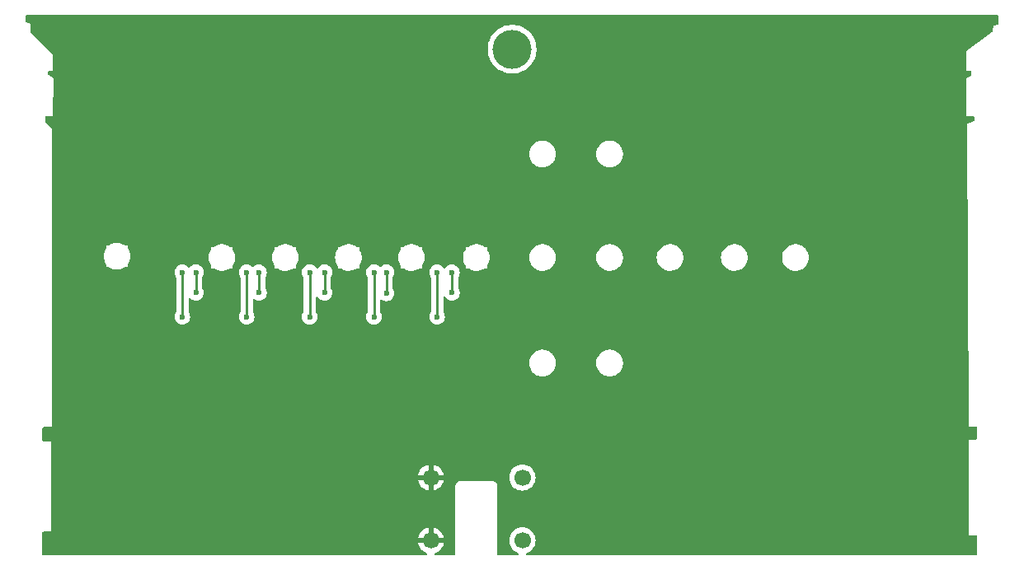
<source format=gbr>
%TF.GenerationSoftware,KiCad,Pcbnew,7.0.7*%
%TF.CreationDate,2023-11-19T13:20:32+01:00*%
%TF.ProjectId,sss_ornament_2023,7373735f-6f72-46e6-916d-656e745f3230,rev?*%
%TF.SameCoordinates,Original*%
%TF.FileFunction,Copper,L1,Top*%
%TF.FilePolarity,Positive*%
%FSLAX46Y46*%
G04 Gerber Fmt 4.6, Leading zero omitted, Abs format (unit mm)*
G04 Created by KiCad (PCBNEW 7.0.7) date 2023-11-19 13:20:32*
%MOMM*%
%LPD*%
G01*
G04 APERTURE LIST*
%TA.AperFunction,ComponentPad*%
%ADD10C,4.000000*%
%TD*%
%TA.AperFunction,ComponentPad*%
%ADD11C,1.700000*%
%TD*%
%TA.AperFunction,ViaPad*%
%ADD12C,0.600000*%
%TD*%
%TA.AperFunction,Conductor*%
%ADD13C,0.254000*%
%TD*%
G04 APERTURE END LIST*
D10*
%TO.P,REF\u002A\u002A,1*%
%TO.N,N/C*%
X132926737Y-60500000D03*
%TD*%
D11*
%TO.P,J5,1,Pin_1*%
%TO.N,GND*%
X124587000Y-110998000D03*
%TD*%
%TO.P,J4,1,Pin_1*%
%TO.N,VBATT_SW*%
X133985000Y-110998000D03*
%TD*%
%TO.P,J2,1,Pin_1*%
%TO.N,/PIR_OUT*%
X133985000Y-104521000D03*
%TD*%
%TO.P,J3,1,Pin_1*%
%TO.N,GND*%
X124587000Y-104521000D03*
%TD*%
D12*
%TO.N,GND*%
X87418333Y-111633000D03*
X175895000Y-78994000D03*
X175895000Y-85259333D03*
X130248300Y-67635600D03*
X176403000Y-111633000D03*
X89027000Y-85259333D03*
X173270334Y-111633000D03*
X89027000Y-78994000D03*
X175895000Y-80560335D03*
X89027000Y-82126667D03*
X88984666Y-111633000D03*
X175895000Y-83693000D03*
X92117332Y-111633000D03*
X177969333Y-111633000D03*
X89027000Y-80560335D03*
X90550999Y-111633000D03*
X85852000Y-111633000D03*
X89027000Y-83693000D03*
X126492000Y-70612000D03*
X175895000Y-82126667D03*
X179535668Y-111633000D03*
X174836667Y-111633000D03*
%TO.N,VBATT_SW*%
X118745000Y-83439000D03*
X112141000Y-83439000D03*
X112141000Y-88011000D03*
X99060000Y-83439000D03*
X118745000Y-88011000D03*
X99060000Y-88011000D03*
X125222000Y-83439000D03*
X105664000Y-83439000D03*
X125222000Y-88011000D03*
X105664000Y-88011000D03*
%TO.N,Net-(D14-RK)*%
X106934000Y-85540497D03*
X120015000Y-83439000D03*
X113665000Y-83439000D03*
X106934000Y-83439000D03*
X120015000Y-85598000D03*
X126746000Y-85541952D03*
X100457000Y-83439000D03*
X113665000Y-85540497D03*
X100457000Y-85540497D03*
X126746000Y-83439000D03*
%TD*%
D13*
%TO.N,VBATT_SW*%
X118745000Y-88011000D02*
X118745000Y-83439000D01*
X125222000Y-83439000D02*
X125222000Y-88011000D01*
X112141000Y-83439000D02*
X112141000Y-88011000D01*
X99060000Y-83439000D02*
X99060000Y-88011000D01*
X105664000Y-83439000D02*
X105664000Y-88011000D01*
%TO.N,Net-(D14-RK)*%
X120015000Y-85598000D02*
X120015000Y-83439000D01*
X106934000Y-85540497D02*
X106934000Y-83439000D01*
X126746000Y-85541952D02*
X126746000Y-83439000D01*
X100457000Y-85540497D02*
X100457000Y-83439000D01*
X113665000Y-85540497D02*
X113665000Y-83439000D01*
%TD*%
%TA.AperFunction,Conductor*%
%TO.N,GND*%
G36*
X182823610Y-56984447D02*
G01*
X182869381Y-57037237D01*
X182880602Y-57088539D01*
X182882156Y-57879587D01*
X182862603Y-57946665D01*
X182809889Y-57992524D01*
X182782838Y-58001350D01*
X182351096Y-58089042D01*
X182344093Y-58089376D01*
X182334250Y-58092271D01*
X182331867Y-58092881D01*
X182331786Y-58092942D01*
X182331692Y-58093099D01*
X182331677Y-58093158D01*
X182331266Y-58095982D01*
X182329539Y-58105023D01*
X182329895Y-58112136D01*
X182273818Y-58673183D01*
X182247564Y-58737933D01*
X182223459Y-58761067D01*
X179548706Y-60710110D01*
X179541226Y-60714308D01*
X179536539Y-60718966D01*
X179535521Y-60725472D01*
X179536523Y-60734016D01*
X179533584Y-62687593D01*
X179533275Y-62689198D01*
X179533507Y-62711369D01*
X179533507Y-62711371D01*
X179533508Y-62711371D01*
X179533598Y-62711584D01*
X179533665Y-62711748D01*
X179533666Y-62711749D01*
X179533667Y-62711749D01*
X179533669Y-62711752D01*
X179533870Y-62711833D01*
X179534048Y-62711907D01*
X179534050Y-62711906D01*
X179557124Y-62711906D01*
X179558346Y-62711656D01*
X179987456Y-62707956D01*
X180054661Y-62727061D01*
X180100869Y-62779469D01*
X180112519Y-62832925D01*
X180110086Y-63142751D01*
X180089876Y-63209634D01*
X180046086Y-63250297D01*
X179556124Y-63521176D01*
X179553333Y-63522522D01*
X179552847Y-63523009D01*
X179552659Y-63523660D01*
X179552825Y-63526712D01*
X179550834Y-67411655D01*
X179550787Y-67420371D01*
X179550937Y-67420776D01*
X179551327Y-67420775D01*
X179551330Y-67420776D01*
X179551332Y-67420775D01*
X179555729Y-67420765D01*
X179846781Y-67422790D01*
X180289927Y-67425875D01*
X180356828Y-67446026D01*
X180402214Y-67499147D01*
X180413064Y-67549704D01*
X180413427Y-67818104D01*
X180393833Y-67885170D01*
X180341091Y-67930997D01*
X180332153Y-67934679D01*
X179713548Y-68161732D01*
X179709267Y-68162492D01*
X179692814Y-68169334D01*
X179692624Y-68169413D01*
X179692392Y-68169500D01*
X179692360Y-68169530D01*
X179692316Y-68169632D01*
X179692316Y-68169866D01*
X179691690Y-68187212D01*
X179692427Y-68191375D01*
X179853225Y-99257288D01*
X179853030Y-99258339D01*
X179853308Y-99281169D01*
X179853415Y-99281421D01*
X179853468Y-99281549D01*
X179853470Y-99281551D01*
X179853755Y-99281666D01*
X179853853Y-99281706D01*
X179878744Y-99281490D01*
X179878744Y-99281519D01*
X179878920Y-99281479D01*
X180554533Y-99276488D01*
X180621715Y-99295677D01*
X180667859Y-99348142D01*
X180679448Y-99400164D01*
X180682303Y-100503092D01*
X180662792Y-100570182D01*
X180610106Y-100616074D01*
X180558303Y-100627413D01*
X179868120Y-100627413D01*
X179867914Y-100627372D01*
X179843360Y-100627372D01*
X179843261Y-100627413D01*
X179842977Y-100627529D01*
X179842975Y-100627531D01*
X179842818Y-100627913D01*
X179842732Y-100651506D01*
X179842853Y-100652130D01*
X179840762Y-110464907D01*
X179840720Y-110468279D01*
X179840792Y-110468457D01*
X179840873Y-110468661D01*
X179841047Y-110468824D01*
X179841260Y-110468823D01*
X179841262Y-110468824D01*
X179841263Y-110468823D01*
X179843754Y-110468814D01*
X180579864Y-110478043D01*
X180646649Y-110498566D01*
X180691738Y-110551940D01*
X180702307Y-110601790D01*
X180705819Y-112394459D01*
X180686266Y-112461537D01*
X180633551Y-112507395D01*
X180581798Y-112518702D01*
X134495633Y-112510757D01*
X134428597Y-112491061D01*
X134382851Y-112438249D01*
X134372919Y-112369089D01*
X134401955Y-112305538D01*
X134444675Y-112276162D01*
X134443756Y-112274191D01*
X134448663Y-112271903D01*
X134662830Y-112172035D01*
X134856401Y-112036495D01*
X135023495Y-111869401D01*
X135159035Y-111675830D01*
X135258903Y-111461663D01*
X135320063Y-111233408D01*
X135340659Y-110998000D01*
X135320063Y-110762592D01*
X135258903Y-110534337D01*
X135159035Y-110320171D01*
X135023495Y-110126599D01*
X135023494Y-110126597D01*
X134856402Y-109959506D01*
X134856395Y-109959501D01*
X134662834Y-109823967D01*
X134662830Y-109823965D01*
X134662829Y-109823964D01*
X134448663Y-109724097D01*
X134448659Y-109724096D01*
X134448655Y-109724094D01*
X134220413Y-109662938D01*
X134220403Y-109662936D01*
X133985001Y-109642341D01*
X133984999Y-109642341D01*
X133749596Y-109662936D01*
X133749586Y-109662938D01*
X133521344Y-109724094D01*
X133521335Y-109724098D01*
X133307171Y-109823964D01*
X133307169Y-109823965D01*
X133113597Y-109959505D01*
X132946505Y-110126597D01*
X132810965Y-110320169D01*
X132810964Y-110320171D01*
X132711098Y-110534335D01*
X132711094Y-110534344D01*
X132649938Y-110762586D01*
X132649936Y-110762596D01*
X132629341Y-110997999D01*
X132629341Y-110998000D01*
X132649936Y-111233403D01*
X132649938Y-111233413D01*
X132711094Y-111461655D01*
X132711096Y-111461659D01*
X132711097Y-111461663D01*
X132810847Y-111675578D01*
X132810965Y-111675830D01*
X132810967Y-111675834D01*
X132919281Y-111830521D01*
X132946505Y-111869401D01*
X133113599Y-112036495D01*
X133210384Y-112104265D01*
X133307165Y-112172032D01*
X133307167Y-112172033D01*
X133307170Y-112172035D01*
X133521337Y-112271903D01*
X133526244Y-112274191D01*
X133525126Y-112276587D01*
X133572513Y-112311456D01*
X133597468Y-112376718D01*
X133583178Y-112445110D01*
X133534181Y-112494921D01*
X133473840Y-112510581D01*
X131536711Y-112510247D01*
X131469675Y-112490551D01*
X131423929Y-112437739D01*
X131412732Y-112386251D01*
X131412727Y-105494532D01*
X131419958Y-105469906D01*
X131413269Y-105419085D01*
X131412738Y-105410990D01*
X131412734Y-105354776D01*
X131412734Y-105354770D01*
X131410984Y-105347105D01*
X131412435Y-105323375D01*
X131401137Y-105296103D01*
X131394805Y-105276239D01*
X131387632Y-105244819D01*
X131387631Y-105244814D01*
X131377211Y-105223179D01*
X131372944Y-105197276D01*
X131358687Y-105178697D01*
X131345346Y-105157019D01*
X131338691Y-105143200D01*
X131315257Y-105113816D01*
X131304417Y-105087268D01*
X131289805Y-105076055D01*
X131273345Y-105059900D01*
X131273296Y-105059950D01*
X131268370Y-105055025D01*
X131268369Y-105055023D01*
X131268366Y-105055021D01*
X131263448Y-105050103D01*
X131263498Y-105050052D01*
X131247339Y-105033589D01*
X131240691Y-105024925D01*
X131236046Y-105024286D01*
X131209573Y-105008135D01*
X131206308Y-105005531D01*
X131180190Y-104984703D01*
X131166381Y-104978052D01*
X131144699Y-104964710D01*
X131133717Y-104956283D01*
X131131890Y-104956478D01*
X131100217Y-104946188D01*
X131078576Y-104935766D01*
X131047147Y-104928591D01*
X131027293Y-104922262D01*
X131010089Y-104915135D01*
X130976279Y-104912413D01*
X130968618Y-104910664D01*
X130912497Y-104910662D01*
X130904396Y-104910130D01*
X130865684Y-104905031D01*
X130829278Y-104910662D01*
X127695189Y-104910662D01*
X127670683Y-104903466D01*
X127620090Y-104910130D01*
X127611989Y-104910662D01*
X127555873Y-104910665D01*
X127555865Y-104910666D01*
X127548193Y-104912418D01*
X127524468Y-104910965D01*
X127497190Y-104922266D01*
X127477331Y-104928596D01*
X127445909Y-104935771D01*
X127445906Y-104935772D01*
X127445901Y-104935774D01*
X127424269Y-104946193D01*
X127398361Y-104950460D01*
X127379781Y-104964718D01*
X127358106Y-104978059D01*
X127344290Y-104984713D01*
X127314898Y-105008155D01*
X127288351Y-105018993D01*
X127277139Y-105033606D01*
X127260989Y-105050064D01*
X127261039Y-105050114D01*
X127256116Y-105055037D01*
X127256114Y-105055039D01*
X127256112Y-105055041D01*
X127251192Y-105059962D01*
X127251142Y-105059912D01*
X127234685Y-105076063D01*
X127226023Y-105082709D01*
X127225384Y-105087357D01*
X127209234Y-105113829D01*
X127185792Y-105143226D01*
X127179141Y-105157037D01*
X127165802Y-105178713D01*
X127157377Y-105189692D01*
X127157572Y-105191514D01*
X127147282Y-105223196D01*
X127136858Y-105244842D01*
X127129685Y-105276271D01*
X127123356Y-105296129D01*
X127116233Y-105313323D01*
X127113514Y-105347123D01*
X127111762Y-105354796D01*
X127111762Y-105410921D01*
X127111231Y-105419022D01*
X127106135Y-105457724D01*
X127111767Y-105494130D01*
X127112248Y-112385794D01*
X127092568Y-112452835D01*
X127039767Y-112498594D01*
X126988223Y-112509803D01*
X125099413Y-112509425D01*
X125032378Y-112489727D01*
X124986633Y-112436914D01*
X124976704Y-112367753D01*
X125005741Y-112304204D01*
X125047033Y-112273043D01*
X125264578Y-112171600D01*
X125458082Y-112036105D01*
X125625105Y-111869082D01*
X125760600Y-111675578D01*
X125860429Y-111461492D01*
X125860432Y-111461486D01*
X125917636Y-111248000D01*
X125200347Y-111248000D01*
X125133308Y-111228315D01*
X125087553Y-111175511D01*
X125077609Y-111106353D01*
X125081369Y-111089067D01*
X125087000Y-111069888D01*
X125087000Y-110926111D01*
X125081369Y-110906933D01*
X125081370Y-110837064D01*
X125119145Y-110778286D01*
X125182701Y-110749262D01*
X125200347Y-110748000D01*
X125917636Y-110748000D01*
X125917635Y-110747999D01*
X125860432Y-110534513D01*
X125860429Y-110534507D01*
X125760600Y-110320422D01*
X125760599Y-110320420D01*
X125625113Y-110126926D01*
X125625108Y-110126920D01*
X125458082Y-109959894D01*
X125264578Y-109824399D01*
X125050492Y-109724570D01*
X125050486Y-109724567D01*
X124837000Y-109667364D01*
X124837000Y-110385698D01*
X124817315Y-110452737D01*
X124764511Y-110498492D01*
X124695355Y-110508436D01*
X124622766Y-110498000D01*
X124622763Y-110498000D01*
X124551237Y-110498000D01*
X124551233Y-110498000D01*
X124478645Y-110508436D01*
X124409487Y-110498492D01*
X124356684Y-110452736D01*
X124337000Y-110385698D01*
X124337000Y-109667364D01*
X124336999Y-109667364D01*
X124123513Y-109724567D01*
X124123507Y-109724570D01*
X123909422Y-109824399D01*
X123909420Y-109824400D01*
X123715926Y-109959886D01*
X123715920Y-109959891D01*
X123548891Y-110126920D01*
X123548886Y-110126926D01*
X123413400Y-110320420D01*
X123413399Y-110320422D01*
X123313570Y-110534507D01*
X123313567Y-110534513D01*
X123256364Y-110747999D01*
X123256364Y-110748000D01*
X123973653Y-110748000D01*
X124040692Y-110767685D01*
X124086447Y-110820489D01*
X124096391Y-110889647D01*
X124092631Y-110906933D01*
X124087000Y-110926111D01*
X124087000Y-111069888D01*
X124092631Y-111089067D01*
X124092630Y-111158936D01*
X124054855Y-111217714D01*
X123991299Y-111246738D01*
X123973653Y-111248000D01*
X123256364Y-111248000D01*
X123313567Y-111461486D01*
X123313570Y-111461492D01*
X123413399Y-111675578D01*
X123548894Y-111869082D01*
X123715917Y-112036105D01*
X123909422Y-112171600D01*
X123909424Y-112171601D01*
X124126525Y-112272837D01*
X124178965Y-112319009D01*
X124198117Y-112386203D01*
X124177901Y-112453084D01*
X124124736Y-112498418D01*
X124074096Y-112509219D01*
X84781525Y-112501354D01*
X84714490Y-112481656D01*
X84668745Y-112428843D01*
X84657550Y-112377099D01*
X84662031Y-110226487D01*
X84681855Y-110159489D01*
X84734755Y-110113845D01*
X84786035Y-110102746D01*
X85603662Y-110102788D01*
X85610456Y-110102829D01*
X85610460Y-110102831D01*
X85610463Y-110102829D01*
X85611002Y-110102833D01*
X85610990Y-110085351D01*
X85611442Y-109824399D01*
X85620187Y-104771000D01*
X123256364Y-104771000D01*
X123313567Y-104984486D01*
X123313570Y-104984492D01*
X123413399Y-105198578D01*
X123548894Y-105392082D01*
X123715917Y-105559105D01*
X123909421Y-105694600D01*
X124123507Y-105794429D01*
X124123516Y-105794433D01*
X124337000Y-105851634D01*
X124337000Y-105133301D01*
X124356685Y-105066262D01*
X124409489Y-105020507D01*
X124478647Y-105010563D01*
X124551237Y-105021000D01*
X124551238Y-105021000D01*
X124622762Y-105021000D01*
X124622763Y-105021000D01*
X124695353Y-105010563D01*
X124764512Y-105020507D01*
X124817315Y-105066262D01*
X124837000Y-105133301D01*
X124837000Y-105851633D01*
X125050483Y-105794433D01*
X125050492Y-105794429D01*
X125264578Y-105694600D01*
X125458082Y-105559105D01*
X125625105Y-105392082D01*
X125760600Y-105198578D01*
X125860429Y-104984492D01*
X125860432Y-104984486D01*
X125917636Y-104771000D01*
X125200347Y-104771000D01*
X125133308Y-104751315D01*
X125087553Y-104698511D01*
X125077609Y-104629353D01*
X125081369Y-104612067D01*
X125087000Y-104592888D01*
X125087000Y-104521000D01*
X132629341Y-104521000D01*
X132649936Y-104756403D01*
X132649938Y-104756413D01*
X132711094Y-104984655D01*
X132711096Y-104984659D01*
X132711097Y-104984663D01*
X132808918Y-105194441D01*
X132810965Y-105198830D01*
X132810967Y-105198834D01*
X132891134Y-105313323D01*
X132946505Y-105392401D01*
X133113599Y-105559495D01*
X133210384Y-105627264D01*
X133307165Y-105695032D01*
X133307167Y-105695033D01*
X133307170Y-105695035D01*
X133521337Y-105794903D01*
X133749592Y-105856063D01*
X133937918Y-105872539D01*
X133984999Y-105876659D01*
X133985000Y-105876659D01*
X133985001Y-105876659D01*
X134024234Y-105873226D01*
X134220408Y-105856063D01*
X134448663Y-105794903D01*
X134662830Y-105695035D01*
X134856401Y-105559495D01*
X135023495Y-105392401D01*
X135159035Y-105198830D01*
X135258903Y-104984663D01*
X135320063Y-104756408D01*
X135340659Y-104521000D01*
X135320063Y-104285592D01*
X135258903Y-104057337D01*
X135159035Y-103843171D01*
X135023495Y-103649599D01*
X135023494Y-103649597D01*
X134856402Y-103482506D01*
X134856395Y-103482501D01*
X134662834Y-103346967D01*
X134662830Y-103346965D01*
X134662830Y-103346964D01*
X134448663Y-103247097D01*
X134448659Y-103247096D01*
X134448655Y-103247094D01*
X134220413Y-103185938D01*
X134220403Y-103185936D01*
X133985001Y-103165341D01*
X133984999Y-103165341D01*
X133749596Y-103185936D01*
X133749586Y-103185938D01*
X133521344Y-103247094D01*
X133521335Y-103247098D01*
X133307171Y-103346964D01*
X133307169Y-103346965D01*
X133113597Y-103482505D01*
X132946505Y-103649597D01*
X132810965Y-103843169D01*
X132810964Y-103843171D01*
X132711098Y-104057335D01*
X132711094Y-104057344D01*
X132649938Y-104285586D01*
X132649936Y-104285596D01*
X132629341Y-104520999D01*
X132629341Y-104521000D01*
X125087000Y-104521000D01*
X125087000Y-104449111D01*
X125081369Y-104429933D01*
X125081370Y-104360064D01*
X125119145Y-104301286D01*
X125182701Y-104272262D01*
X125200347Y-104271000D01*
X125917636Y-104271000D01*
X125917635Y-104270999D01*
X125860432Y-104057513D01*
X125860429Y-104057507D01*
X125760600Y-103843422D01*
X125760599Y-103843420D01*
X125625113Y-103649926D01*
X125625108Y-103649920D01*
X125458082Y-103482894D01*
X125264578Y-103347399D01*
X125050492Y-103247570D01*
X125050486Y-103247567D01*
X124837000Y-103190364D01*
X124837000Y-103908698D01*
X124817315Y-103975737D01*
X124764511Y-104021492D01*
X124695355Y-104031436D01*
X124622766Y-104021000D01*
X124622763Y-104021000D01*
X124551237Y-104021000D01*
X124551233Y-104021000D01*
X124478645Y-104031436D01*
X124409487Y-104021492D01*
X124356684Y-103975736D01*
X124337000Y-103908698D01*
X124337000Y-103190364D01*
X124336999Y-103190364D01*
X124123513Y-103247567D01*
X124123507Y-103247570D01*
X123909422Y-103347399D01*
X123909420Y-103347400D01*
X123715926Y-103482886D01*
X123715920Y-103482891D01*
X123548891Y-103649920D01*
X123548886Y-103649926D01*
X123413400Y-103843420D01*
X123413399Y-103843422D01*
X123313570Y-104057507D01*
X123313567Y-104057513D01*
X123256364Y-104270999D01*
X123256364Y-104271000D01*
X123973653Y-104271000D01*
X124040692Y-104290685D01*
X124086447Y-104343489D01*
X124096391Y-104412647D01*
X124092631Y-104429933D01*
X124087000Y-104449111D01*
X124087000Y-104592888D01*
X124092631Y-104612067D01*
X124092630Y-104681936D01*
X124054855Y-104740714D01*
X123991299Y-104769738D01*
X123973653Y-104771000D01*
X123256364Y-104771000D01*
X85620187Y-104771000D01*
X85627026Y-100819310D01*
X85627100Y-100800130D01*
X85627102Y-100800128D01*
X85627100Y-100800125D01*
X85627101Y-100800124D01*
X85626983Y-100799837D01*
X85626946Y-100799747D01*
X85626945Y-100799746D01*
X85626944Y-100799745D01*
X85626759Y-100799669D01*
X85626562Y-100799587D01*
X85626560Y-100799586D01*
X85603011Y-100799483D01*
X85602257Y-100799630D01*
X84804870Y-100799706D01*
X84737828Y-100780028D01*
X84692069Y-100727228D01*
X84680858Y-100675450D01*
X84680906Y-100652130D01*
X84683346Y-99469151D01*
X84703169Y-99402155D01*
X84756067Y-99356509D01*
X84806034Y-99345416D01*
X85642575Y-99336568D01*
X85646359Y-99336568D01*
X85646360Y-99336569D01*
X85646360Y-99336568D01*
X85646907Y-99336569D01*
X85646901Y-99336023D01*
X85646902Y-99336022D01*
X85646901Y-99336020D01*
X85646866Y-99332698D01*
X85656779Y-92760805D01*
X134669378Y-92760805D01*
X134688103Y-92986788D01*
X134743772Y-93206620D01*
X134834863Y-93414287D01*
X134958891Y-93604125D01*
X134958899Y-93604136D01*
X135112474Y-93770961D01*
X135112484Y-93770970D01*
X135291424Y-93910245D01*
X135291428Y-93910248D01*
X135490863Y-94018177D01*
X135527031Y-94030593D01*
X135529994Y-94031697D01*
X135531467Y-94032288D01*
X135531473Y-94032291D01*
X135534743Y-94033292D01*
X135536135Y-94033719D01*
X135644839Y-94071037D01*
X135705343Y-94091808D01*
X135746298Y-94098642D01*
X135754246Y-94100513D01*
X135791156Y-94111817D01*
X135822280Y-94111321D01*
X135929017Y-94129132D01*
X135929018Y-94129132D01*
X135974512Y-94129132D01*
X135982397Y-94129635D01*
X136020788Y-94134552D01*
X136050184Y-94129132D01*
X136155778Y-94129132D01*
X136155783Y-94129132D01*
X136204683Y-94120972D01*
X136212246Y-94120184D01*
X136216453Y-94120006D01*
X136216458Y-94120004D01*
X136218787Y-94119906D01*
X136218865Y-94119900D01*
X136250971Y-94118535D01*
X136277829Y-94108766D01*
X136379457Y-94091808D01*
X136430249Y-94074370D01*
X136437286Y-94072412D01*
X136443656Y-94071040D01*
X136443661Y-94071037D01*
X136445447Y-94070653D01*
X136448798Y-94069931D01*
X136448804Y-94069930D01*
X136475118Y-94064259D01*
X136498840Y-94050823D01*
X136593937Y-94018177D01*
X136644851Y-93990623D01*
X136651216Y-93987634D01*
X136659316Y-93984380D01*
X136659321Y-93984376D01*
X136660592Y-93983866D01*
X136660624Y-93983852D01*
X136686983Y-93973259D01*
X136707092Y-93956940D01*
X136793372Y-93910248D01*
X136842416Y-93872074D01*
X136847970Y-93868222D01*
X136880559Y-93848156D01*
X136896769Y-93829770D01*
X136972322Y-93770965D01*
X137017365Y-93722034D01*
X137021986Y-93717515D01*
X137031700Y-93708967D01*
X137031703Y-93708963D01*
X137033301Y-93707557D01*
X137033306Y-93707553D01*
X137036740Y-93704528D01*
X137037559Y-93704145D01*
X137039631Y-93701984D01*
X137050433Y-93692476D01*
X137062608Y-93672888D01*
X137125907Y-93604128D01*
X137164718Y-93544722D01*
X137168363Y-93539712D01*
X137177711Y-93528136D01*
X137177713Y-93528131D01*
X137178129Y-93527617D01*
X137180033Y-93526297D01*
X137184348Y-93519913D01*
X137191810Y-93510670D01*
X137200012Y-93490701D01*
X137249937Y-93414286D01*
X137280284Y-93345100D01*
X137282910Y-93339819D01*
X137288585Y-93329661D01*
X137291195Y-93327101D01*
X137296215Y-93315997D01*
X137300759Y-93307861D01*
X137305199Y-93288300D01*
X137341028Y-93206620D01*
X137360726Y-93128833D01*
X137362359Y-93123435D01*
X137364970Y-93116046D01*
X137367862Y-93112038D01*
X137372004Y-93096134D01*
X137374228Y-93089838D01*
X137375278Y-93071366D01*
X137396696Y-92986792D01*
X137403722Y-92901989D01*
X137404398Y-92896662D01*
X137407768Y-92877010D01*
X137407768Y-92877005D01*
X137409855Y-92864836D01*
X137408264Y-92853584D01*
X137408407Y-92846837D01*
X137408601Y-92843111D01*
X137415422Y-92760805D01*
X141574409Y-92760805D01*
X141593134Y-92986788D01*
X141648803Y-93206620D01*
X141739894Y-93414287D01*
X141863922Y-93604125D01*
X141863930Y-93604136D01*
X142017505Y-93770961D01*
X142017515Y-93770970D01*
X142196455Y-93910245D01*
X142196459Y-93910248D01*
X142395894Y-94018177D01*
X142432062Y-94030593D01*
X142435025Y-94031697D01*
X142436498Y-94032288D01*
X142436504Y-94032291D01*
X142439774Y-94033292D01*
X142441166Y-94033719D01*
X142549870Y-94071037D01*
X142610374Y-94091808D01*
X142651329Y-94098642D01*
X142659277Y-94100513D01*
X142696187Y-94111817D01*
X142727311Y-94111321D01*
X142834048Y-94129132D01*
X142834049Y-94129132D01*
X142879543Y-94129132D01*
X142887428Y-94129635D01*
X142925819Y-94134552D01*
X142955215Y-94129132D01*
X143060809Y-94129132D01*
X143060814Y-94129132D01*
X143109714Y-94120972D01*
X143117277Y-94120184D01*
X143121484Y-94120006D01*
X143121489Y-94120004D01*
X143123818Y-94119906D01*
X143123896Y-94119900D01*
X143156002Y-94118535D01*
X143182860Y-94108766D01*
X143284488Y-94091808D01*
X143335280Y-94074370D01*
X143342317Y-94072412D01*
X143348687Y-94071040D01*
X143348692Y-94071037D01*
X143350478Y-94070653D01*
X143353829Y-94069931D01*
X143353835Y-94069930D01*
X143380149Y-94064259D01*
X143403871Y-94050823D01*
X143498968Y-94018177D01*
X143549882Y-93990623D01*
X143556247Y-93987634D01*
X143564347Y-93984380D01*
X143564352Y-93984376D01*
X143565623Y-93983866D01*
X143565655Y-93983852D01*
X143592014Y-93973259D01*
X143612123Y-93956940D01*
X143698403Y-93910248D01*
X143747447Y-93872074D01*
X143753001Y-93868222D01*
X143785590Y-93848156D01*
X143801800Y-93829770D01*
X143877353Y-93770965D01*
X143922396Y-93722034D01*
X143927017Y-93717515D01*
X143936731Y-93708967D01*
X143936734Y-93708963D01*
X143938332Y-93707557D01*
X143938337Y-93707553D01*
X143941771Y-93704528D01*
X143942590Y-93704145D01*
X143944662Y-93701984D01*
X143955464Y-93692476D01*
X143967639Y-93672888D01*
X144030938Y-93604128D01*
X144069749Y-93544722D01*
X144073394Y-93539712D01*
X144082742Y-93528136D01*
X144082744Y-93528131D01*
X144083160Y-93527617D01*
X144085064Y-93526297D01*
X144089379Y-93519913D01*
X144096841Y-93510670D01*
X144105043Y-93490701D01*
X144154968Y-93414286D01*
X144185315Y-93345100D01*
X144187941Y-93339819D01*
X144193616Y-93329661D01*
X144196226Y-93327101D01*
X144201246Y-93315997D01*
X144205790Y-93307861D01*
X144210230Y-93288300D01*
X144246059Y-93206620D01*
X144265757Y-93128833D01*
X144267390Y-93123435D01*
X144270001Y-93116046D01*
X144272893Y-93112038D01*
X144277035Y-93096134D01*
X144279259Y-93089838D01*
X144280309Y-93071366D01*
X144301727Y-92986792D01*
X144308753Y-92901989D01*
X144309429Y-92896662D01*
X144312799Y-92877010D01*
X144312799Y-92877005D01*
X144314886Y-92864836D01*
X144313295Y-92853584D01*
X144313438Y-92846837D01*
X144313632Y-92843111D01*
X144320453Y-92760800D01*
X144313633Y-92678494D01*
X144313438Y-92674759D01*
X144313295Y-92668015D01*
X144315451Y-92660052D01*
X144309433Y-92624955D01*
X144308753Y-92619595D01*
X144301728Y-92534815D01*
X144301724Y-92534796D01*
X144280310Y-92450234D01*
X144280836Y-92436226D01*
X144277035Y-92425468D01*
X144273629Y-92412387D01*
X144270006Y-92405568D01*
X144267389Y-92398161D01*
X144265759Y-92392775D01*
X144246059Y-92314980D01*
X144210228Y-92233295D01*
X144208290Y-92218209D01*
X144201244Y-92205595D01*
X144197125Y-92196484D01*
X144193610Y-92191927D01*
X144187946Y-92181787D01*
X144185304Y-92176474D01*
X144156156Y-92110022D01*
X144154969Y-92107315D01*
X144147206Y-92095433D01*
X144105041Y-92030895D01*
X144100312Y-92015225D01*
X144089380Y-92001687D01*
X144085846Y-91996458D01*
X144083153Y-91993974D01*
X144082743Y-91993466D01*
X144082742Y-91993464D01*
X144081009Y-91991318D01*
X144079583Y-91989551D01*
X144073410Y-91981907D01*
X144069741Y-91976864D01*
X144030940Y-91917474D01*
X143967639Y-91848711D01*
X143959895Y-91833021D01*
X143944661Y-91819613D01*
X143942976Y-91817855D01*
X143941780Y-91817077D01*
X143939198Y-91814804D01*
X143939194Y-91814800D01*
X143933890Y-91810132D01*
X143927028Y-91804093D01*
X143922388Y-91799555D01*
X143877353Y-91750635D01*
X143801801Y-91691830D01*
X143790936Y-91676734D01*
X143753000Y-91653376D01*
X143747420Y-91649504D01*
X143698405Y-91611354D01*
X143698403Y-91611352D01*
X143698402Y-91611351D01*
X143698399Y-91611349D01*
X143612126Y-91564661D01*
X143598173Y-91550813D01*
X143567907Y-91538651D01*
X143556247Y-91533964D01*
X143549857Y-91530962D01*
X143498978Y-91503428D01*
X143498974Y-91503426D01*
X143498968Y-91503423D01*
X143457864Y-91489312D01*
X143403871Y-91470776D01*
X143386980Y-91458811D01*
X143342336Y-91449190D01*
X143335261Y-91447221D01*
X143284490Y-91429792D01*
X143182850Y-91412831D01*
X143163312Y-91403370D01*
X143129383Y-91401929D01*
X143129375Y-91401929D01*
X143117270Y-91401414D01*
X143109694Y-91400624D01*
X143060815Y-91392468D01*
X143060814Y-91392468D01*
X142955218Y-91392468D01*
X142933446Y-91386075D01*
X142892515Y-91391316D01*
X142892480Y-91391319D01*
X142887434Y-91391965D01*
X142879551Y-91392468D01*
X142834048Y-91392468D01*
X142727291Y-91410281D01*
X142703817Y-91407444D01*
X142659278Y-91421084D01*
X142651323Y-91422957D01*
X142610366Y-91429793D01*
X142610364Y-91429794D01*
X142441159Y-91487883D01*
X142436492Y-91489312D01*
X142435005Y-91489910D01*
X142432045Y-91491011D01*
X142403185Y-91500919D01*
X142395894Y-91503423D01*
X142395889Y-91503425D01*
X142395886Y-91503427D01*
X142196464Y-91611348D01*
X142196455Y-91611354D01*
X142017515Y-91750629D01*
X142017505Y-91750638D01*
X141863930Y-91917463D01*
X141863922Y-91917474D01*
X141739894Y-92107312D01*
X141648803Y-92314979D01*
X141593134Y-92534811D01*
X141574409Y-92760794D01*
X141574409Y-92760805D01*
X137415422Y-92760805D01*
X137415422Y-92760800D01*
X137408602Y-92678494D01*
X137408407Y-92674759D01*
X137408264Y-92668015D01*
X137410420Y-92660052D01*
X137404402Y-92624955D01*
X137403722Y-92619595D01*
X137396697Y-92534815D01*
X137396693Y-92534796D01*
X137375279Y-92450234D01*
X137375805Y-92436226D01*
X137372004Y-92425468D01*
X137368598Y-92412387D01*
X137364975Y-92405568D01*
X137362358Y-92398161D01*
X137360728Y-92392775D01*
X137341028Y-92314980D01*
X137305197Y-92233295D01*
X137303259Y-92218209D01*
X137296213Y-92205595D01*
X137292094Y-92196484D01*
X137288579Y-92191927D01*
X137282915Y-92181787D01*
X137280273Y-92176474D01*
X137251125Y-92110022D01*
X137249938Y-92107315D01*
X137242175Y-92095433D01*
X137200010Y-92030895D01*
X137195281Y-92015225D01*
X137184349Y-92001687D01*
X137180815Y-91996458D01*
X137178122Y-91993974D01*
X137177712Y-91993466D01*
X137177711Y-91993464D01*
X137175978Y-91991318D01*
X137174552Y-91989551D01*
X137168379Y-91981907D01*
X137164710Y-91976864D01*
X137125909Y-91917474D01*
X137062608Y-91848711D01*
X137054864Y-91833021D01*
X137039630Y-91819613D01*
X137037945Y-91817855D01*
X137036749Y-91817077D01*
X137034167Y-91814804D01*
X137034163Y-91814800D01*
X137028859Y-91810132D01*
X137021997Y-91804093D01*
X137017357Y-91799555D01*
X136972322Y-91750635D01*
X136896770Y-91691830D01*
X136885905Y-91676734D01*
X136847969Y-91653376D01*
X136842389Y-91649504D01*
X136793374Y-91611354D01*
X136793372Y-91611352D01*
X136793371Y-91611351D01*
X136793368Y-91611349D01*
X136707095Y-91564661D01*
X136693142Y-91550813D01*
X136662876Y-91538651D01*
X136651216Y-91533964D01*
X136644826Y-91530962D01*
X136593947Y-91503428D01*
X136593943Y-91503426D01*
X136593937Y-91503423D01*
X136552833Y-91489312D01*
X136498840Y-91470776D01*
X136481949Y-91458811D01*
X136437305Y-91449190D01*
X136430230Y-91447221D01*
X136379459Y-91429792D01*
X136277819Y-91412831D01*
X136258281Y-91403370D01*
X136224352Y-91401929D01*
X136224344Y-91401929D01*
X136212239Y-91401414D01*
X136204663Y-91400624D01*
X136155784Y-91392468D01*
X136155783Y-91392468D01*
X136050187Y-91392468D01*
X136028415Y-91386075D01*
X135987484Y-91391316D01*
X135987449Y-91391319D01*
X135982403Y-91391965D01*
X135974520Y-91392468D01*
X135929017Y-91392468D01*
X135822260Y-91410281D01*
X135798786Y-91407444D01*
X135754247Y-91421084D01*
X135746292Y-91422957D01*
X135705335Y-91429793D01*
X135705333Y-91429794D01*
X135536128Y-91487883D01*
X135531461Y-91489312D01*
X135529974Y-91489910D01*
X135527014Y-91491011D01*
X135498154Y-91500919D01*
X135490863Y-91503423D01*
X135490858Y-91503425D01*
X135490855Y-91503427D01*
X135291433Y-91611348D01*
X135291424Y-91611354D01*
X135112484Y-91750629D01*
X135112474Y-91750638D01*
X134958899Y-91917463D01*
X134958891Y-91917474D01*
X134834863Y-92107312D01*
X134743772Y-92314979D01*
X134688103Y-92534811D01*
X134669378Y-92760794D01*
X134669378Y-92760805D01*
X85656779Y-92760805D01*
X85663944Y-88011003D01*
X98254435Y-88011003D01*
X98274630Y-88190249D01*
X98274631Y-88190254D01*
X98334211Y-88360523D01*
X98430183Y-88513262D01*
X98430184Y-88513262D01*
X98557738Y-88640816D01*
X98710478Y-88736789D01*
X98880744Y-88796367D01*
X98880745Y-88796368D01*
X98880750Y-88796369D01*
X99059996Y-88816565D01*
X99060000Y-88816565D01*
X99060004Y-88816565D01*
X99239249Y-88796369D01*
X99239252Y-88796368D01*
X99239255Y-88796368D01*
X99409522Y-88736789D01*
X99562262Y-88640816D01*
X99689816Y-88513262D01*
X99785789Y-88360522D01*
X99845368Y-88190255D01*
X99865565Y-88011003D01*
X104858435Y-88011003D01*
X104878630Y-88190249D01*
X104878631Y-88190254D01*
X104938211Y-88360523D01*
X105034184Y-88513262D01*
X105161738Y-88640816D01*
X105314478Y-88736789D01*
X105484744Y-88796367D01*
X105484745Y-88796368D01*
X105484750Y-88796369D01*
X105663996Y-88816565D01*
X105664000Y-88816565D01*
X105664004Y-88816565D01*
X105843249Y-88796369D01*
X105843252Y-88796368D01*
X105843255Y-88796368D01*
X106013522Y-88736789D01*
X106166262Y-88640816D01*
X106293816Y-88513262D01*
X106389789Y-88360522D01*
X106449368Y-88190255D01*
X106469565Y-88011003D01*
X111335435Y-88011003D01*
X111355630Y-88190249D01*
X111355631Y-88190254D01*
X111415211Y-88360523D01*
X111511184Y-88513262D01*
X111638738Y-88640816D01*
X111791478Y-88736789D01*
X111961745Y-88796368D01*
X111961750Y-88796369D01*
X112140996Y-88816565D01*
X112141000Y-88816565D01*
X112141004Y-88816565D01*
X112320249Y-88796369D01*
X112320252Y-88796368D01*
X112320255Y-88796368D01*
X112490522Y-88736789D01*
X112643262Y-88640816D01*
X112770816Y-88513262D01*
X112866789Y-88360522D01*
X112926368Y-88190255D01*
X112946565Y-88011003D01*
X117939435Y-88011003D01*
X117959630Y-88190249D01*
X117959631Y-88190254D01*
X118019211Y-88360523D01*
X118115183Y-88513262D01*
X118115184Y-88513262D01*
X118242738Y-88640816D01*
X118395478Y-88736789D01*
X118565744Y-88796368D01*
X118565745Y-88796368D01*
X118565750Y-88796369D01*
X118744996Y-88816565D01*
X118745000Y-88816565D01*
X118745004Y-88816565D01*
X118924249Y-88796369D01*
X118924252Y-88796368D01*
X118924255Y-88796368D01*
X119094522Y-88736789D01*
X119247262Y-88640816D01*
X119374816Y-88513262D01*
X119470789Y-88360522D01*
X119530368Y-88190255D01*
X119550565Y-88011003D01*
X124416435Y-88011003D01*
X124436630Y-88190249D01*
X124436631Y-88190254D01*
X124496211Y-88360523D01*
X124592183Y-88513262D01*
X124592184Y-88513262D01*
X124719738Y-88640816D01*
X124872478Y-88736789D01*
X125042745Y-88796367D01*
X125042745Y-88796368D01*
X125042750Y-88796369D01*
X125221996Y-88816565D01*
X125222000Y-88816565D01*
X125222004Y-88816565D01*
X125401249Y-88796369D01*
X125401252Y-88796368D01*
X125401255Y-88796368D01*
X125571522Y-88736789D01*
X125724262Y-88640816D01*
X125851816Y-88513262D01*
X125947789Y-88360522D01*
X126007368Y-88190255D01*
X126027565Y-88011000D01*
X126007368Y-87831745D01*
X125947789Y-87661478D01*
X125868505Y-87535299D01*
X125849500Y-87469328D01*
X125849500Y-86050202D01*
X125869185Y-85983163D01*
X125921989Y-85937408D01*
X125991147Y-85927464D01*
X126054703Y-85956489D01*
X126078492Y-85984227D01*
X126116184Y-86044214D01*
X126243738Y-86171768D01*
X126292546Y-86202436D01*
X126394160Y-86266285D01*
X126396478Y-86267741D01*
X126480153Y-86297020D01*
X126566745Y-86327320D01*
X126566750Y-86327321D01*
X126745996Y-86347517D01*
X126746000Y-86347517D01*
X126746004Y-86347517D01*
X126925249Y-86327321D01*
X126925252Y-86327320D01*
X126925255Y-86327320D01*
X127095522Y-86267741D01*
X127248262Y-86171768D01*
X127375816Y-86044214D01*
X127471789Y-85891474D01*
X127531368Y-85721207D01*
X127545250Y-85598000D01*
X127551565Y-85541955D01*
X127551565Y-85541948D01*
X127531369Y-85362702D01*
X127531368Y-85362697D01*
X127530859Y-85361242D01*
X127471789Y-85192430D01*
X127392505Y-85066251D01*
X127373500Y-85000280D01*
X127373500Y-83980671D01*
X127392507Y-83914698D01*
X127403008Y-83897987D01*
X127471789Y-83788522D01*
X127531368Y-83618255D01*
X127551565Y-83439000D01*
X127534636Y-83288752D01*
X127531369Y-83259750D01*
X127531368Y-83259745D01*
X127526561Y-83246007D01*
X127471789Y-83089478D01*
X127464589Y-83078020D01*
X127420954Y-83008574D01*
X127375816Y-82936738D01*
X127248262Y-82809184D01*
X127198154Y-82777699D01*
X127095523Y-82713211D01*
X126925254Y-82653631D01*
X126925249Y-82653630D01*
X126746004Y-82633435D01*
X126745996Y-82633435D01*
X126566750Y-82653630D01*
X126566745Y-82653631D01*
X126396476Y-82713211D01*
X126243737Y-82809184D01*
X126116184Y-82936737D01*
X126116182Y-82936740D01*
X126088993Y-82980011D01*
X126036658Y-83026302D01*
X125967605Y-83036949D01*
X125903756Y-83008574D01*
X125879007Y-82980011D01*
X125851817Y-82936740D01*
X125851815Y-82936737D01*
X125724262Y-82809184D01*
X125571523Y-82713211D01*
X125401254Y-82653631D01*
X125401249Y-82653630D01*
X125222004Y-82633435D01*
X125221996Y-82633435D01*
X125042750Y-82653630D01*
X125042745Y-82653631D01*
X124872476Y-82713211D01*
X124719737Y-82809184D01*
X124592184Y-82936737D01*
X124496211Y-83089476D01*
X124436631Y-83259745D01*
X124436630Y-83259750D01*
X124416435Y-83438996D01*
X124416435Y-83439003D01*
X124436630Y-83618249D01*
X124436631Y-83618254D01*
X124496211Y-83788523D01*
X124575493Y-83914699D01*
X124594499Y-83980671D01*
X124594500Y-87469328D01*
X124575494Y-87535300D01*
X124496211Y-87661476D01*
X124436631Y-87831745D01*
X124436630Y-87831750D01*
X124416435Y-88010996D01*
X124416435Y-88011003D01*
X119550565Y-88011003D01*
X119550565Y-88011000D01*
X119530368Y-87831745D01*
X119470789Y-87661478D01*
X119391505Y-87535299D01*
X119372500Y-87469328D01*
X119372500Y-86364059D01*
X119392185Y-86297020D01*
X119444989Y-86251265D01*
X119514147Y-86241321D01*
X119562470Y-86259065D01*
X119604227Y-86285302D01*
X119665475Y-86323788D01*
X119835745Y-86383368D01*
X119835750Y-86383369D01*
X120014996Y-86403565D01*
X120015000Y-86403565D01*
X120015004Y-86403565D01*
X120194249Y-86383369D01*
X120194252Y-86383368D01*
X120194255Y-86383368D01*
X120364522Y-86323789D01*
X120517262Y-86227816D01*
X120644816Y-86100262D01*
X120740789Y-85947522D01*
X120800368Y-85777255D01*
X120820565Y-85598000D01*
X120814250Y-85541955D01*
X120800369Y-85418750D01*
X120800368Y-85418745D01*
X120780756Y-85362697D01*
X120740789Y-85248478D01*
X120705570Y-85192428D01*
X120661506Y-85122300D01*
X120642500Y-85056328D01*
X120642500Y-83980671D01*
X120661507Y-83914698D01*
X120672008Y-83897987D01*
X120740789Y-83788522D01*
X120800368Y-83618255D01*
X120820565Y-83439000D01*
X120803636Y-83288752D01*
X120800369Y-83259750D01*
X120800368Y-83259745D01*
X120795561Y-83246007D01*
X120740789Y-83089478D01*
X120733589Y-83078020D01*
X120689954Y-83008574D01*
X120644816Y-82936738D01*
X120517262Y-82809184D01*
X120467154Y-82777699D01*
X120364523Y-82713211D01*
X120194254Y-82653631D01*
X120194249Y-82653630D01*
X120015004Y-82633435D01*
X120014996Y-82633435D01*
X119835750Y-82653630D01*
X119835745Y-82653631D01*
X119665476Y-82713211D01*
X119512737Y-82809184D01*
X119467680Y-82854241D01*
X119406357Y-82887725D01*
X119336665Y-82882740D01*
X119292320Y-82854241D01*
X119247263Y-82809185D01*
X119247262Y-82809184D01*
X119094523Y-82713211D01*
X118924254Y-82653631D01*
X118924249Y-82653630D01*
X118745004Y-82633435D01*
X118744996Y-82633435D01*
X118565750Y-82653630D01*
X118565745Y-82653631D01*
X118395476Y-82713211D01*
X118242737Y-82809184D01*
X118115184Y-82936737D01*
X118019211Y-83089476D01*
X117959631Y-83259745D01*
X117959630Y-83259750D01*
X117939435Y-83438996D01*
X117939435Y-83439003D01*
X117959630Y-83618249D01*
X117959631Y-83618254D01*
X118019211Y-83788523D01*
X118098493Y-83914699D01*
X118117499Y-83980671D01*
X118117500Y-87469328D01*
X118098494Y-87535300D01*
X118019211Y-87661476D01*
X117959631Y-87831745D01*
X117959630Y-87831750D01*
X117939435Y-88010996D01*
X117939435Y-88011003D01*
X112946565Y-88011003D01*
X112946565Y-88011000D01*
X112926368Y-87831745D01*
X112866789Y-87661478D01*
X112866788Y-87661476D01*
X112866788Y-87661475D01*
X112821255Y-87589012D01*
X112787505Y-87535299D01*
X112768500Y-87469331D01*
X112768500Y-86048743D01*
X112788184Y-85981708D01*
X112840988Y-85935953D01*
X112910146Y-85926009D01*
X112973702Y-85955034D01*
X112997492Y-85982774D01*
X113035182Y-86042756D01*
X113035184Y-86042759D01*
X113162738Y-86170313D01*
X113315478Y-86266286D01*
X113403311Y-86297020D01*
X113485745Y-86325865D01*
X113485750Y-86325866D01*
X113664996Y-86346062D01*
X113665000Y-86346062D01*
X113665004Y-86346062D01*
X113844249Y-86325866D01*
X113844252Y-86325865D01*
X113844255Y-86325865D01*
X114014522Y-86266286D01*
X114167262Y-86170313D01*
X114294816Y-86042759D01*
X114390789Y-85890019D01*
X114450368Y-85719752D01*
X114464086Y-85598000D01*
X114470565Y-85540500D01*
X114470565Y-85540493D01*
X114450369Y-85361247D01*
X114450368Y-85361242D01*
X114390788Y-85190972D01*
X114332506Y-85098218D01*
X114311505Y-85064796D01*
X114292499Y-84998828D01*
X114292499Y-83980671D01*
X114311507Y-83914698D01*
X114322008Y-83897987D01*
X114390789Y-83788522D01*
X114450368Y-83618255D01*
X114470565Y-83439000D01*
X114453636Y-83288752D01*
X114450369Y-83259750D01*
X114450368Y-83259745D01*
X114445561Y-83246007D01*
X114390789Y-83089478D01*
X114383589Y-83078020D01*
X114339954Y-83008574D01*
X114294816Y-82936738D01*
X114167262Y-82809184D01*
X114117154Y-82777699D01*
X114014523Y-82713211D01*
X113844254Y-82653631D01*
X113844249Y-82653630D01*
X113665004Y-82633435D01*
X113664996Y-82633435D01*
X113485750Y-82653630D01*
X113485745Y-82653631D01*
X113315476Y-82713211D01*
X113162737Y-82809184D01*
X113035184Y-82936737D01*
X113035182Y-82936740D01*
X113007993Y-82980011D01*
X112955658Y-83026302D01*
X112886605Y-83036949D01*
X112822756Y-83008574D01*
X112798007Y-82980011D01*
X112770817Y-82936740D01*
X112770815Y-82936737D01*
X112643262Y-82809184D01*
X112490523Y-82713211D01*
X112320254Y-82653631D01*
X112320249Y-82653630D01*
X112141004Y-82633435D01*
X112140996Y-82633435D01*
X111961750Y-82653630D01*
X111961745Y-82653631D01*
X111791476Y-82713211D01*
X111638737Y-82809184D01*
X111511184Y-82936737D01*
X111415211Y-83089476D01*
X111355631Y-83259745D01*
X111355630Y-83259750D01*
X111335435Y-83438996D01*
X111335435Y-83439003D01*
X111355630Y-83618249D01*
X111355631Y-83618254D01*
X111415211Y-83788523D01*
X111494493Y-83914699D01*
X111513499Y-83980671D01*
X111513499Y-87469328D01*
X111494493Y-87535300D01*
X111415211Y-87661476D01*
X111355631Y-87831745D01*
X111355630Y-87831750D01*
X111335435Y-88010996D01*
X111335435Y-88011003D01*
X106469565Y-88011003D01*
X106469565Y-88011000D01*
X106449368Y-87831745D01*
X106389789Y-87661478D01*
X106310505Y-87535299D01*
X106291500Y-87469328D01*
X106291500Y-86306556D01*
X106311185Y-86239517D01*
X106363989Y-86193762D01*
X106433147Y-86183818D01*
X106481470Y-86201562D01*
X106523227Y-86227799D01*
X106584475Y-86266285D01*
X106754745Y-86325865D01*
X106754750Y-86325866D01*
X106933996Y-86346062D01*
X106934000Y-86346062D01*
X106934004Y-86346062D01*
X107113249Y-86325866D01*
X107113252Y-86325865D01*
X107113255Y-86325865D01*
X107283522Y-86266286D01*
X107436262Y-86170313D01*
X107563816Y-86042759D01*
X107659789Y-85890019D01*
X107719368Y-85719752D01*
X107733086Y-85598000D01*
X107739565Y-85540500D01*
X107739565Y-85540493D01*
X107719369Y-85361247D01*
X107719368Y-85361242D01*
X107659788Y-85190973D01*
X107580506Y-85064797D01*
X107561500Y-84998825D01*
X107561500Y-83980671D01*
X107580507Y-83914698D01*
X107591008Y-83897987D01*
X107659789Y-83788522D01*
X107719368Y-83618255D01*
X107739565Y-83439000D01*
X107722636Y-83288752D01*
X107719369Y-83259750D01*
X107719368Y-83259745D01*
X107714561Y-83246007D01*
X107659789Y-83089478D01*
X107652589Y-83078020D01*
X107608954Y-83008574D01*
X107563816Y-82936738D01*
X107436262Y-82809184D01*
X107386154Y-82777699D01*
X107283523Y-82713211D01*
X107113254Y-82653631D01*
X107113249Y-82653630D01*
X106934004Y-82633435D01*
X106933996Y-82633435D01*
X106754750Y-82653630D01*
X106754745Y-82653631D01*
X106584476Y-82713211D01*
X106431737Y-82809184D01*
X106431736Y-82809185D01*
X106386678Y-82854242D01*
X106325355Y-82887726D01*
X106255663Y-82882740D01*
X106211318Y-82854240D01*
X106166262Y-82809184D01*
X106013523Y-82713211D01*
X105843254Y-82653631D01*
X105843249Y-82653630D01*
X105664004Y-82633435D01*
X105663996Y-82633435D01*
X105484750Y-82653630D01*
X105484745Y-82653631D01*
X105314476Y-82713211D01*
X105161737Y-82809184D01*
X105034184Y-82936737D01*
X104938211Y-83089476D01*
X104878631Y-83259745D01*
X104878630Y-83259750D01*
X104858435Y-83438996D01*
X104858435Y-83439003D01*
X104878630Y-83618249D01*
X104878631Y-83618254D01*
X104938211Y-83788524D01*
X104989049Y-83869430D01*
X105006992Y-83897987D01*
X105017493Y-83914698D01*
X105036500Y-83980671D01*
X105036500Y-87469328D01*
X105017494Y-87535300D01*
X104938211Y-87661476D01*
X104878631Y-87831745D01*
X104878630Y-87831750D01*
X104858435Y-88010996D01*
X104858435Y-88011003D01*
X99865565Y-88011003D01*
X99865565Y-88011000D01*
X99845368Y-87831745D01*
X99785789Y-87661478D01*
X99706505Y-87535299D01*
X99687500Y-87469328D01*
X99687500Y-86202436D01*
X99707185Y-86135397D01*
X99759989Y-86089642D01*
X99829147Y-86079698D01*
X99892703Y-86108723D01*
X99899153Y-86114728D01*
X99954738Y-86170313D01*
X100107478Y-86266286D01*
X100195311Y-86297020D01*
X100277745Y-86325865D01*
X100277750Y-86325866D01*
X100456996Y-86346062D01*
X100457000Y-86346062D01*
X100457004Y-86346062D01*
X100636249Y-86325866D01*
X100636252Y-86325865D01*
X100636255Y-86325865D01*
X100806522Y-86266286D01*
X100959262Y-86170313D01*
X101086816Y-86042759D01*
X101182789Y-85890019D01*
X101242368Y-85719752D01*
X101256086Y-85598000D01*
X101262565Y-85540500D01*
X101262565Y-85540493D01*
X101242369Y-85361247D01*
X101242368Y-85361242D01*
X101182788Y-85190973D01*
X101103506Y-85064797D01*
X101084500Y-84998825D01*
X101084500Y-83980671D01*
X101103507Y-83914698D01*
X101114008Y-83897987D01*
X101182789Y-83788522D01*
X101242368Y-83618255D01*
X101262565Y-83439000D01*
X101245636Y-83288752D01*
X101242369Y-83259750D01*
X101242368Y-83259745D01*
X101237561Y-83246007D01*
X101182789Y-83089478D01*
X101175589Y-83078020D01*
X101131954Y-83008574D01*
X101086816Y-82936738D01*
X100959262Y-82809184D01*
X100909154Y-82777699D01*
X100806523Y-82713211D01*
X100636254Y-82653631D01*
X100636249Y-82653630D01*
X100457004Y-82633435D01*
X100456996Y-82633435D01*
X100277750Y-82653630D01*
X100277745Y-82653631D01*
X100107476Y-82713211D01*
X99954737Y-82809184D01*
X99846181Y-82917741D01*
X99784858Y-82951226D01*
X99715166Y-82946242D01*
X99670819Y-82917741D01*
X99562262Y-82809184D01*
X99409523Y-82713211D01*
X99239254Y-82653631D01*
X99239249Y-82653630D01*
X99060004Y-82633435D01*
X99059996Y-82633435D01*
X98880750Y-82653630D01*
X98880745Y-82653631D01*
X98710476Y-82713211D01*
X98557737Y-82809184D01*
X98430184Y-82936737D01*
X98334211Y-83089476D01*
X98274631Y-83259745D01*
X98274630Y-83259750D01*
X98254435Y-83438996D01*
X98254435Y-83439003D01*
X98274630Y-83618249D01*
X98274631Y-83618254D01*
X98334211Y-83788524D01*
X98385049Y-83869430D01*
X98402992Y-83897987D01*
X98413493Y-83914698D01*
X98432500Y-83980671D01*
X98432500Y-87469328D01*
X98413494Y-87535300D01*
X98334211Y-87661476D01*
X98274631Y-87831745D01*
X98274630Y-87831750D01*
X98254435Y-88010996D01*
X98254435Y-88011003D01*
X85663944Y-88011003D01*
X85673331Y-81788005D01*
X90977608Y-81788005D01*
X90996334Y-82013988D01*
X91052003Y-82233820D01*
X91112757Y-82372326D01*
X91143094Y-82441486D01*
X91177411Y-82494011D01*
X91208808Y-82542068D01*
X91228995Y-82608958D01*
X91228999Y-82609890D01*
X91228999Y-82863999D01*
X91229000Y-82864000D01*
X91462724Y-82864000D01*
X91529763Y-82883685D01*
X91538887Y-82890147D01*
X91598746Y-82936738D01*
X91599659Y-82937448D01*
X91799094Y-83045377D01*
X91835262Y-83057793D01*
X91838225Y-83058897D01*
X91839698Y-83059488D01*
X91839704Y-83059491D01*
X91842974Y-83060492D01*
X91844366Y-83060919D01*
X91953070Y-83098237D01*
X92013574Y-83119008D01*
X92054529Y-83125842D01*
X92062477Y-83127713D01*
X92099387Y-83139017D01*
X92130511Y-83138521D01*
X92237248Y-83156332D01*
X92237249Y-83156332D01*
X92282743Y-83156332D01*
X92290628Y-83156835D01*
X92329019Y-83161752D01*
X92358415Y-83156332D01*
X92464009Y-83156332D01*
X92464014Y-83156332D01*
X92512914Y-83148172D01*
X92520477Y-83147384D01*
X92524684Y-83147206D01*
X92524689Y-83147204D01*
X92527018Y-83147106D01*
X92527096Y-83147100D01*
X92559202Y-83145735D01*
X92586060Y-83135966D01*
X92687688Y-83119008D01*
X92738480Y-83101570D01*
X92745517Y-83099612D01*
X92751887Y-83098240D01*
X92751892Y-83098237D01*
X92753678Y-83097853D01*
X92757029Y-83097131D01*
X92757035Y-83097130D01*
X92783349Y-83091459D01*
X92807071Y-83078023D01*
X92902168Y-83045377D01*
X92953082Y-83017823D01*
X92959447Y-83014834D01*
X92967547Y-83011580D01*
X92967552Y-83011576D01*
X92968823Y-83011066D01*
X92968855Y-83011052D01*
X92995214Y-83000459D01*
X93015323Y-82984140D01*
X93101603Y-82937448D01*
X93150644Y-82899277D01*
X93156190Y-82895428D01*
X93165460Y-82889721D01*
X93165462Y-82889718D01*
X93177339Y-82882407D01*
X93242348Y-82864000D01*
X93429000Y-82864000D01*
X93429000Y-82676107D01*
X93448685Y-82609068D01*
X93449078Y-82608460D01*
X93472949Y-82571922D01*
X93476594Y-82566912D01*
X93485942Y-82555336D01*
X93485944Y-82555332D01*
X93486361Y-82554816D01*
X93488262Y-82553498D01*
X93492582Y-82547108D01*
X93500046Y-82537863D01*
X93508243Y-82517901D01*
X93558168Y-82441486D01*
X93588515Y-82372300D01*
X93591141Y-82367019D01*
X93596816Y-82356861D01*
X93599426Y-82354301D01*
X93604446Y-82343197D01*
X93608990Y-82335061D01*
X93613430Y-82315500D01*
X93649259Y-82233820D01*
X93668957Y-82156033D01*
X93670590Y-82150635D01*
X93673201Y-82143246D01*
X93676093Y-82139238D01*
X93680235Y-82123334D01*
X93682459Y-82117038D01*
X93683509Y-82098566D01*
X93704927Y-82013992D01*
X93711953Y-81929189D01*
X93712629Y-81923862D01*
X93714148Y-81915005D01*
X101747208Y-81915005D01*
X101765934Y-82140988D01*
X101821603Y-82360820D01*
X101912003Y-82566912D01*
X101912694Y-82568486D01*
X101998600Y-82699974D01*
X102003809Y-82707947D01*
X102023996Y-82774837D01*
X102024000Y-82775769D01*
X102024000Y-83015000D01*
X102263158Y-83015000D01*
X102330197Y-83034685D01*
X102339320Y-83041146D01*
X102369259Y-83064448D01*
X102568694Y-83172377D01*
X102604862Y-83184793D01*
X102607825Y-83185897D01*
X102609298Y-83186488D01*
X102609304Y-83186491D01*
X102612574Y-83187492D01*
X102613966Y-83187919D01*
X102722670Y-83225237D01*
X102783174Y-83246008D01*
X102824129Y-83252842D01*
X102832077Y-83254713D01*
X102868987Y-83266017D01*
X102900111Y-83265521D01*
X103006848Y-83283332D01*
X103006849Y-83283332D01*
X103052343Y-83283332D01*
X103060228Y-83283835D01*
X103098619Y-83288752D01*
X103128015Y-83283332D01*
X103233609Y-83283332D01*
X103233614Y-83283332D01*
X103282514Y-83275172D01*
X103290077Y-83274384D01*
X103294284Y-83274206D01*
X103294289Y-83274204D01*
X103296618Y-83274106D01*
X103296696Y-83274100D01*
X103328802Y-83272735D01*
X103355660Y-83262966D01*
X103457288Y-83246008D01*
X103508080Y-83228570D01*
X103515117Y-83226612D01*
X103521487Y-83225240D01*
X103521492Y-83225237D01*
X103523278Y-83224853D01*
X103526629Y-83224131D01*
X103526635Y-83224130D01*
X103552949Y-83218459D01*
X103576671Y-83205023D01*
X103671768Y-83172377D01*
X103722682Y-83144823D01*
X103729047Y-83141834D01*
X103737147Y-83138580D01*
X103737152Y-83138576D01*
X103738423Y-83138066D01*
X103738455Y-83138052D01*
X103764814Y-83127459D01*
X103784923Y-83111140D01*
X103871203Y-83064448D01*
X103901139Y-83041147D01*
X103966131Y-83015504D01*
X103977302Y-83015000D01*
X104224000Y-83015000D01*
X104224000Y-82765211D01*
X104243685Y-82698172D01*
X104251512Y-82687326D01*
X104255542Y-82682336D01*
X104265303Y-82664863D01*
X104267222Y-82661428D01*
X104269429Y-82657779D01*
X104327768Y-82568486D01*
X104358115Y-82499300D01*
X104360741Y-82494019D01*
X104366416Y-82483861D01*
X104369026Y-82481301D01*
X104374046Y-82470197D01*
X104378590Y-82462061D01*
X104383031Y-82442499D01*
X104418859Y-82360820D01*
X104438557Y-82283033D01*
X104440190Y-82277635D01*
X104442801Y-82270246D01*
X104445693Y-82266238D01*
X104449835Y-82250334D01*
X104452059Y-82244038D01*
X104453109Y-82225566D01*
X104474527Y-82140992D01*
X104481553Y-82056189D01*
X104482229Y-82050862D01*
X104485599Y-82031210D01*
X104485599Y-82031205D01*
X104487686Y-82019036D01*
X104486095Y-82007784D01*
X104486238Y-82001037D01*
X104486432Y-81997311D01*
X104493253Y-81915005D01*
X108249608Y-81915005D01*
X108268334Y-82140988D01*
X108324003Y-82360820D01*
X108414403Y-82566912D01*
X108415094Y-82568486D01*
X108475821Y-82661435D01*
X108480808Y-82669068D01*
X108500995Y-82735958D01*
X108500999Y-82736890D01*
X108500999Y-83014999D01*
X108501000Y-83015000D01*
X108765558Y-83015000D01*
X108832597Y-83034685D01*
X108841720Y-83041146D01*
X108871659Y-83064448D01*
X109071094Y-83172377D01*
X109107262Y-83184793D01*
X109110225Y-83185897D01*
X109111698Y-83186488D01*
X109111704Y-83186491D01*
X109114974Y-83187492D01*
X109116366Y-83187919D01*
X109225070Y-83225237D01*
X109285574Y-83246008D01*
X109326529Y-83252842D01*
X109334477Y-83254713D01*
X109371387Y-83266017D01*
X109402511Y-83265521D01*
X109509248Y-83283332D01*
X109509249Y-83283332D01*
X109554743Y-83283332D01*
X109562628Y-83283835D01*
X109601019Y-83288752D01*
X109630415Y-83283332D01*
X109736009Y-83283332D01*
X109736014Y-83283332D01*
X109784914Y-83275172D01*
X109792477Y-83274384D01*
X109796684Y-83274206D01*
X109796689Y-83274204D01*
X109799018Y-83274106D01*
X109799096Y-83274100D01*
X109831202Y-83272735D01*
X109858060Y-83262966D01*
X109959688Y-83246008D01*
X110010480Y-83228570D01*
X110017517Y-83226612D01*
X110023887Y-83225240D01*
X110023892Y-83225237D01*
X110025678Y-83224853D01*
X110029029Y-83224131D01*
X110029035Y-83224130D01*
X110055349Y-83218459D01*
X110079071Y-83205023D01*
X110174168Y-83172377D01*
X110225082Y-83144823D01*
X110231447Y-83141834D01*
X110239547Y-83138580D01*
X110239552Y-83138576D01*
X110240823Y-83138066D01*
X110240855Y-83138052D01*
X110267214Y-83127459D01*
X110287323Y-83111140D01*
X110373603Y-83064448D01*
X110403539Y-83041147D01*
X110468531Y-83015504D01*
X110479702Y-83015000D01*
X110701000Y-83015000D01*
X110701000Y-82803107D01*
X110720685Y-82736068D01*
X110721078Y-82735460D01*
X110744949Y-82698922D01*
X110748594Y-82693912D01*
X110757942Y-82682336D01*
X110757944Y-82682332D01*
X110758361Y-82681816D01*
X110760262Y-82680498D01*
X110764582Y-82674108D01*
X110772046Y-82664863D01*
X110780243Y-82644901D01*
X110830168Y-82568486D01*
X110860515Y-82499300D01*
X110863141Y-82494019D01*
X110868816Y-82483861D01*
X110871426Y-82481301D01*
X110876446Y-82470197D01*
X110880990Y-82462061D01*
X110885431Y-82442499D01*
X110921259Y-82360820D01*
X110940957Y-82283033D01*
X110942590Y-82277635D01*
X110945201Y-82270246D01*
X110948093Y-82266238D01*
X110952235Y-82250334D01*
X110954459Y-82244038D01*
X110955509Y-82225566D01*
X110976927Y-82140992D01*
X110983953Y-82056189D01*
X110984629Y-82050862D01*
X110987999Y-82031210D01*
X110987999Y-82031205D01*
X110990086Y-82019036D01*
X110988495Y-82007784D01*
X110988638Y-82001037D01*
X110988832Y-81997311D01*
X110995653Y-81915005D01*
X114752008Y-81915005D01*
X114770734Y-82140988D01*
X114826403Y-82360820D01*
X114916803Y-82566912D01*
X114917494Y-82568486D01*
X114999439Y-82693912D01*
X114999809Y-82694478D01*
X115019996Y-82761368D01*
X115020000Y-82762300D01*
X115020000Y-83015000D01*
X115267958Y-83015000D01*
X115334997Y-83034685D01*
X115344120Y-83041146D01*
X115374059Y-83064448D01*
X115573494Y-83172377D01*
X115609662Y-83184793D01*
X115612625Y-83185897D01*
X115614098Y-83186488D01*
X115614104Y-83186491D01*
X115617374Y-83187492D01*
X115618766Y-83187919D01*
X115727470Y-83225237D01*
X115787974Y-83246008D01*
X115828929Y-83252842D01*
X115836877Y-83254713D01*
X115873787Y-83266017D01*
X115904911Y-83265521D01*
X116011648Y-83283332D01*
X116011649Y-83283332D01*
X116057143Y-83283332D01*
X116065028Y-83283835D01*
X116103419Y-83288752D01*
X116132815Y-83283332D01*
X116238409Y-83283332D01*
X116238414Y-83283332D01*
X116287314Y-83275172D01*
X116294877Y-83274384D01*
X116299084Y-83274206D01*
X116299089Y-83274204D01*
X116301418Y-83274106D01*
X116301496Y-83274100D01*
X116333602Y-83272735D01*
X116360460Y-83262966D01*
X116462088Y-83246008D01*
X116512880Y-83228570D01*
X116519917Y-83226612D01*
X116526287Y-83225240D01*
X116526292Y-83225237D01*
X116528078Y-83224853D01*
X116531429Y-83224131D01*
X116531435Y-83224130D01*
X116557749Y-83218459D01*
X116581471Y-83205023D01*
X116676568Y-83172377D01*
X116727482Y-83144823D01*
X116733847Y-83141834D01*
X116741947Y-83138580D01*
X116741952Y-83138576D01*
X116743223Y-83138066D01*
X116743255Y-83138052D01*
X116769614Y-83127459D01*
X116789723Y-83111140D01*
X116876003Y-83064448D01*
X116905939Y-83041147D01*
X116970931Y-83015504D01*
X116982102Y-83015000D01*
X117220000Y-83015000D01*
X117220000Y-82777699D01*
X117239685Y-82710660D01*
X117240123Y-82709983D01*
X117247345Y-82698929D01*
X117250991Y-82693916D01*
X117260342Y-82682336D01*
X117271920Y-82661609D01*
X117272018Y-82661435D01*
X117274216Y-82657799D01*
X117332568Y-82568486D01*
X117362911Y-82499309D01*
X117365546Y-82494011D01*
X117371202Y-82483886D01*
X117373821Y-82481317D01*
X117378844Y-82470206D01*
X117383388Y-82462071D01*
X117387831Y-82442499D01*
X117387832Y-82442498D01*
X117423659Y-82360820D01*
X117443357Y-82283033D01*
X117444990Y-82277635D01*
X117447601Y-82270246D01*
X117450493Y-82266238D01*
X117454635Y-82250334D01*
X117456859Y-82244038D01*
X117457909Y-82225566D01*
X117479327Y-82140992D01*
X117486353Y-82056189D01*
X117487029Y-82050862D01*
X117490399Y-82031210D01*
X117490399Y-82031205D01*
X117492486Y-82019036D01*
X117490895Y-82007784D01*
X117491038Y-82001037D01*
X117491232Y-81997311D01*
X117498053Y-81915005D01*
X121203608Y-81915005D01*
X121222334Y-82140988D01*
X121278003Y-82360820D01*
X121369094Y-82568487D01*
X121434808Y-82669068D01*
X121454996Y-82735957D01*
X121455000Y-82736890D01*
X121455000Y-83015000D01*
X121719558Y-83015000D01*
X121786597Y-83034685D01*
X121795720Y-83041146D01*
X121825659Y-83064448D01*
X122025094Y-83172377D01*
X122061262Y-83184793D01*
X122064225Y-83185897D01*
X122065698Y-83186488D01*
X122065704Y-83186491D01*
X122068974Y-83187492D01*
X122070366Y-83187919D01*
X122179070Y-83225237D01*
X122239574Y-83246008D01*
X122280529Y-83252842D01*
X122288477Y-83254713D01*
X122325387Y-83266017D01*
X122356511Y-83265521D01*
X122463248Y-83283332D01*
X122463249Y-83283332D01*
X122508743Y-83283332D01*
X122516628Y-83283835D01*
X122555019Y-83288752D01*
X122584415Y-83283332D01*
X122690009Y-83283332D01*
X122690014Y-83283332D01*
X122738914Y-83275172D01*
X122746477Y-83274384D01*
X122750684Y-83274206D01*
X122750689Y-83274204D01*
X122753018Y-83274106D01*
X122753096Y-83274100D01*
X122785202Y-83272735D01*
X122812060Y-83262966D01*
X122913688Y-83246008D01*
X122964480Y-83228570D01*
X122971517Y-83226612D01*
X122977887Y-83225240D01*
X122977892Y-83225237D01*
X122979678Y-83224853D01*
X122983029Y-83224131D01*
X122983035Y-83224130D01*
X123009349Y-83218459D01*
X123033071Y-83205023D01*
X123128168Y-83172377D01*
X123179082Y-83144823D01*
X123185447Y-83141834D01*
X123193547Y-83138580D01*
X123193552Y-83138576D01*
X123194823Y-83138066D01*
X123194855Y-83138052D01*
X123221214Y-83127459D01*
X123241323Y-83111140D01*
X123327603Y-83064448D01*
X123357539Y-83041147D01*
X123422531Y-83015504D01*
X123433702Y-83015000D01*
X123655000Y-83015000D01*
X123655000Y-82803107D01*
X123674685Y-82736068D01*
X123675078Y-82735460D01*
X123698949Y-82698922D01*
X123702594Y-82693912D01*
X123711942Y-82682336D01*
X123711944Y-82682332D01*
X123712361Y-82681816D01*
X123714262Y-82680498D01*
X123718582Y-82674108D01*
X123726046Y-82664863D01*
X123734243Y-82644901D01*
X123784168Y-82568486D01*
X123814515Y-82499300D01*
X123817141Y-82494019D01*
X123822816Y-82483861D01*
X123825426Y-82481301D01*
X123830446Y-82470197D01*
X123834990Y-82462061D01*
X123839431Y-82442499D01*
X123875259Y-82360820D01*
X123894957Y-82283033D01*
X123896590Y-82277635D01*
X123899201Y-82270246D01*
X123902093Y-82266238D01*
X123906235Y-82250334D01*
X123908459Y-82244038D01*
X123909509Y-82225566D01*
X123930927Y-82140992D01*
X123937953Y-82056189D01*
X123938629Y-82050862D01*
X123941999Y-82031210D01*
X123941999Y-82031205D01*
X123944086Y-82019036D01*
X123942495Y-82007784D01*
X123942638Y-82001037D01*
X123942832Y-81997311D01*
X123949653Y-81915005D01*
X127883808Y-81915005D01*
X127902534Y-82140988D01*
X127958203Y-82360820D01*
X128049294Y-82568487D01*
X128165808Y-82746824D01*
X128185996Y-82813714D01*
X128186000Y-82814646D01*
X128186000Y-83015000D01*
X128399758Y-83015000D01*
X128466797Y-83034685D01*
X128475920Y-83041146D01*
X128505859Y-83064448D01*
X128705294Y-83172377D01*
X128741462Y-83184793D01*
X128744425Y-83185897D01*
X128745898Y-83186488D01*
X128745904Y-83186491D01*
X128749174Y-83187492D01*
X128750566Y-83187919D01*
X128859270Y-83225237D01*
X128919774Y-83246008D01*
X128960729Y-83252842D01*
X128968677Y-83254713D01*
X129005587Y-83266017D01*
X129036711Y-83265521D01*
X129143448Y-83283332D01*
X129143449Y-83283332D01*
X129188943Y-83283332D01*
X129196828Y-83283835D01*
X129235219Y-83288752D01*
X129264615Y-83283332D01*
X129370209Y-83283332D01*
X129370214Y-83283332D01*
X129419114Y-83275172D01*
X129426677Y-83274384D01*
X129430884Y-83274206D01*
X129430889Y-83274204D01*
X129433218Y-83274106D01*
X129433296Y-83274100D01*
X129465402Y-83272735D01*
X129492260Y-83262966D01*
X129593888Y-83246008D01*
X129644680Y-83228570D01*
X129651717Y-83226612D01*
X129658087Y-83225240D01*
X129658092Y-83225237D01*
X129659878Y-83224853D01*
X129663229Y-83224131D01*
X129663235Y-83224130D01*
X129689549Y-83218459D01*
X129713271Y-83205023D01*
X129808368Y-83172377D01*
X129859282Y-83144823D01*
X129865647Y-83141834D01*
X129873747Y-83138580D01*
X129873752Y-83138576D01*
X129875023Y-83138066D01*
X129875055Y-83138052D01*
X129901414Y-83127459D01*
X129921523Y-83111140D01*
X130007803Y-83064448D01*
X130037739Y-83041147D01*
X130102731Y-83015504D01*
X130113902Y-83015000D01*
X130385999Y-83015000D01*
X130386000Y-83015000D01*
X130385999Y-82725617D01*
X130401731Y-82665170D01*
X130403838Y-82661398D01*
X130406020Y-82657792D01*
X130464368Y-82568486D01*
X130494711Y-82499309D01*
X130497346Y-82494011D01*
X130503002Y-82483886D01*
X130505621Y-82481317D01*
X130510644Y-82470206D01*
X130515188Y-82462071D01*
X130519631Y-82442499D01*
X130519632Y-82442498D01*
X130555459Y-82360820D01*
X130575157Y-82283033D01*
X130576790Y-82277635D01*
X130579401Y-82270246D01*
X130582293Y-82266238D01*
X130586435Y-82250334D01*
X130588659Y-82244038D01*
X130589709Y-82225566D01*
X130611127Y-82140992D01*
X130618153Y-82056189D01*
X130618829Y-82050862D01*
X130622199Y-82031210D01*
X130622199Y-82031205D01*
X130624286Y-82019036D01*
X130622695Y-82007784D01*
X130622838Y-82001037D01*
X130623032Y-81997311D01*
X130629853Y-81915005D01*
X134669378Y-81915005D01*
X134688103Y-82140988D01*
X134743772Y-82360820D01*
X134834863Y-82568487D01*
X134958891Y-82758325D01*
X134958899Y-82758336D01*
X135112474Y-82925161D01*
X135112484Y-82925170D01*
X135286345Y-83060492D01*
X135291428Y-83064448D01*
X135490863Y-83172377D01*
X135527031Y-83184793D01*
X135529994Y-83185897D01*
X135531467Y-83186488D01*
X135531473Y-83186491D01*
X135534743Y-83187492D01*
X135536135Y-83187919D01*
X135644839Y-83225237D01*
X135705343Y-83246008D01*
X135746298Y-83252842D01*
X135754246Y-83254713D01*
X135791156Y-83266017D01*
X135822280Y-83265521D01*
X135929017Y-83283332D01*
X135929018Y-83283332D01*
X135974512Y-83283332D01*
X135982397Y-83283835D01*
X136020788Y-83288752D01*
X136050184Y-83283332D01*
X136155778Y-83283332D01*
X136155783Y-83283332D01*
X136204683Y-83275172D01*
X136212246Y-83274384D01*
X136216453Y-83274206D01*
X136216458Y-83274204D01*
X136218787Y-83274106D01*
X136218865Y-83274100D01*
X136250971Y-83272735D01*
X136277829Y-83262966D01*
X136379457Y-83246008D01*
X136430249Y-83228570D01*
X136437286Y-83226612D01*
X136443656Y-83225240D01*
X136443661Y-83225237D01*
X136445447Y-83224853D01*
X136448798Y-83224131D01*
X136448804Y-83224130D01*
X136475118Y-83218459D01*
X136498840Y-83205023D01*
X136593937Y-83172377D01*
X136644851Y-83144823D01*
X136651216Y-83141834D01*
X136659316Y-83138580D01*
X136659321Y-83138576D01*
X136660592Y-83138066D01*
X136660624Y-83138052D01*
X136686983Y-83127459D01*
X136707092Y-83111140D01*
X136793372Y-83064448D01*
X136842416Y-83026274D01*
X136847970Y-83022422D01*
X136880559Y-83002356D01*
X136896769Y-82983970D01*
X136972322Y-82925165D01*
X137017365Y-82876234D01*
X137021986Y-82871715D01*
X137031700Y-82863167D01*
X137031703Y-82863163D01*
X137033301Y-82861757D01*
X137033306Y-82861753D01*
X137036740Y-82858728D01*
X137037559Y-82858345D01*
X137039631Y-82856184D01*
X137050433Y-82846676D01*
X137062608Y-82827088D01*
X137125907Y-82758328D01*
X137164718Y-82698922D01*
X137168363Y-82693912D01*
X137177711Y-82682336D01*
X137177713Y-82682331D01*
X137178129Y-82681817D01*
X137180033Y-82680497D01*
X137184348Y-82674113D01*
X137191810Y-82664870D01*
X137200012Y-82644901D01*
X137249937Y-82568486D01*
X137280284Y-82499300D01*
X137282910Y-82494019D01*
X137288585Y-82483861D01*
X137291195Y-82481301D01*
X137296215Y-82470197D01*
X137300759Y-82462061D01*
X137305200Y-82442499D01*
X137341028Y-82360820D01*
X137360726Y-82283033D01*
X137362359Y-82277635D01*
X137364970Y-82270246D01*
X137367862Y-82266238D01*
X137372004Y-82250334D01*
X137374228Y-82244038D01*
X137375278Y-82225566D01*
X137396696Y-82140992D01*
X137403722Y-82056189D01*
X137404398Y-82050862D01*
X137407768Y-82031210D01*
X137407768Y-82031205D01*
X137409855Y-82019036D01*
X137408264Y-82007784D01*
X137408407Y-82001037D01*
X137408601Y-81997311D01*
X137415422Y-81915005D01*
X141574409Y-81915005D01*
X141593134Y-82140988D01*
X141648803Y-82360820D01*
X141739894Y-82568487D01*
X141863922Y-82758325D01*
X141863930Y-82758336D01*
X142017505Y-82925161D01*
X142017515Y-82925170D01*
X142191376Y-83060492D01*
X142196459Y-83064448D01*
X142395894Y-83172377D01*
X142432062Y-83184793D01*
X142435025Y-83185897D01*
X142436498Y-83186488D01*
X142436504Y-83186491D01*
X142439774Y-83187492D01*
X142441166Y-83187919D01*
X142549870Y-83225237D01*
X142610374Y-83246008D01*
X142651329Y-83252842D01*
X142659277Y-83254713D01*
X142696187Y-83266017D01*
X142727311Y-83265521D01*
X142834048Y-83283332D01*
X142834049Y-83283332D01*
X142879543Y-83283332D01*
X142887428Y-83283835D01*
X142925819Y-83288752D01*
X142955215Y-83283332D01*
X143060809Y-83283332D01*
X143060814Y-83283332D01*
X143109714Y-83275172D01*
X143117277Y-83274384D01*
X143121484Y-83274206D01*
X143121489Y-83274204D01*
X143123818Y-83274106D01*
X143123896Y-83274100D01*
X143156002Y-83272735D01*
X143182860Y-83262966D01*
X143284488Y-83246008D01*
X143335280Y-83228570D01*
X143342317Y-83226612D01*
X143348687Y-83225240D01*
X143348692Y-83225237D01*
X143350478Y-83224853D01*
X143353829Y-83224131D01*
X143353835Y-83224130D01*
X143380149Y-83218459D01*
X143403871Y-83205023D01*
X143498968Y-83172377D01*
X143549882Y-83144823D01*
X143556247Y-83141834D01*
X143564347Y-83138580D01*
X143564352Y-83138576D01*
X143565623Y-83138066D01*
X143565655Y-83138052D01*
X143592014Y-83127459D01*
X143612123Y-83111140D01*
X143698403Y-83064448D01*
X143747447Y-83026274D01*
X143753001Y-83022422D01*
X143785590Y-83002356D01*
X143801800Y-82983970D01*
X143877353Y-82925165D01*
X143922396Y-82876234D01*
X143927017Y-82871715D01*
X143936731Y-82863167D01*
X143936734Y-82863163D01*
X143938332Y-82861757D01*
X143938337Y-82861753D01*
X143941771Y-82858728D01*
X143942590Y-82858345D01*
X143944662Y-82856184D01*
X143955464Y-82846676D01*
X143967639Y-82827088D01*
X144030938Y-82758328D01*
X144069749Y-82698922D01*
X144073394Y-82693912D01*
X144082742Y-82682336D01*
X144082744Y-82682331D01*
X144083160Y-82681817D01*
X144085064Y-82680497D01*
X144089379Y-82674113D01*
X144096841Y-82664870D01*
X144105043Y-82644901D01*
X144154968Y-82568486D01*
X144185315Y-82499300D01*
X144187941Y-82494019D01*
X144193616Y-82483861D01*
X144196226Y-82481301D01*
X144201246Y-82470197D01*
X144205790Y-82462061D01*
X144210231Y-82442499D01*
X144246059Y-82360820D01*
X144265757Y-82283033D01*
X144267390Y-82277635D01*
X144270001Y-82270246D01*
X144272893Y-82266238D01*
X144277035Y-82250334D01*
X144279259Y-82244038D01*
X144280309Y-82225566D01*
X144301727Y-82140992D01*
X144308753Y-82056189D01*
X144309429Y-82050862D01*
X144312799Y-82031210D01*
X144312799Y-82031205D01*
X144314886Y-82019036D01*
X144313295Y-82007784D01*
X144313438Y-82001037D01*
X144313632Y-81997311D01*
X144320453Y-81915005D01*
X147775778Y-81915005D01*
X147794503Y-82140988D01*
X147850172Y-82360820D01*
X147941263Y-82568487D01*
X148065291Y-82758325D01*
X148065299Y-82758336D01*
X148218874Y-82925161D01*
X148218884Y-82925170D01*
X148392745Y-83060492D01*
X148397828Y-83064448D01*
X148597263Y-83172377D01*
X148633431Y-83184793D01*
X148636394Y-83185897D01*
X148637867Y-83186488D01*
X148637873Y-83186491D01*
X148641143Y-83187492D01*
X148642535Y-83187919D01*
X148751239Y-83225237D01*
X148811743Y-83246008D01*
X148852698Y-83252842D01*
X148860646Y-83254713D01*
X148897556Y-83266017D01*
X148928680Y-83265521D01*
X149035417Y-83283332D01*
X149035418Y-83283332D01*
X149080912Y-83283332D01*
X149088797Y-83283835D01*
X149127188Y-83288752D01*
X149156584Y-83283332D01*
X149262178Y-83283332D01*
X149262183Y-83283332D01*
X149311083Y-83275172D01*
X149318646Y-83274384D01*
X149322853Y-83274206D01*
X149322858Y-83274204D01*
X149325187Y-83274106D01*
X149325265Y-83274100D01*
X149357371Y-83272735D01*
X149384229Y-83262966D01*
X149485857Y-83246008D01*
X149536649Y-83228570D01*
X149543686Y-83226612D01*
X149550056Y-83225240D01*
X149550061Y-83225237D01*
X149551847Y-83224853D01*
X149555198Y-83224131D01*
X149555204Y-83224130D01*
X149581518Y-83218459D01*
X149605240Y-83205023D01*
X149700337Y-83172377D01*
X149751251Y-83144823D01*
X149757616Y-83141834D01*
X149765716Y-83138580D01*
X149765721Y-83138576D01*
X149766992Y-83138066D01*
X149767024Y-83138052D01*
X149793383Y-83127459D01*
X149813492Y-83111140D01*
X149899772Y-83064448D01*
X149948816Y-83026274D01*
X149954370Y-83022422D01*
X149986959Y-83002356D01*
X150003169Y-82983970D01*
X150078722Y-82925165D01*
X150123765Y-82876234D01*
X150128386Y-82871715D01*
X150138100Y-82863167D01*
X150138103Y-82863163D01*
X150139701Y-82861757D01*
X150139706Y-82861753D01*
X150143140Y-82858728D01*
X150143959Y-82858345D01*
X150146031Y-82856184D01*
X150156833Y-82846676D01*
X150169008Y-82827088D01*
X150232307Y-82758328D01*
X150271118Y-82698922D01*
X150274763Y-82693912D01*
X150284111Y-82682336D01*
X150284113Y-82682331D01*
X150284529Y-82681817D01*
X150286433Y-82680497D01*
X150290748Y-82674113D01*
X150298210Y-82664870D01*
X150306412Y-82644901D01*
X150356337Y-82568486D01*
X150386684Y-82499300D01*
X150389310Y-82494019D01*
X150394985Y-82483861D01*
X150397595Y-82481301D01*
X150402615Y-82470197D01*
X150407159Y-82462061D01*
X150411600Y-82442499D01*
X150447428Y-82360820D01*
X150467126Y-82283033D01*
X150468759Y-82277635D01*
X150471370Y-82270246D01*
X150474262Y-82266238D01*
X150478404Y-82250334D01*
X150480628Y-82244038D01*
X150481678Y-82225566D01*
X150503096Y-82140992D01*
X150510122Y-82056189D01*
X150510798Y-82050862D01*
X150514168Y-82031210D01*
X150514168Y-82031205D01*
X150516255Y-82019036D01*
X150514664Y-82007784D01*
X150514807Y-82001037D01*
X150515001Y-81997311D01*
X150521822Y-81915005D01*
X154376009Y-81915005D01*
X154394734Y-82140988D01*
X154450403Y-82360820D01*
X154541494Y-82568487D01*
X154665522Y-82758325D01*
X154665530Y-82758336D01*
X154819105Y-82925161D01*
X154819115Y-82925170D01*
X154992976Y-83060492D01*
X154998059Y-83064448D01*
X155197494Y-83172377D01*
X155233662Y-83184793D01*
X155236625Y-83185897D01*
X155238098Y-83186488D01*
X155238104Y-83186491D01*
X155241374Y-83187492D01*
X155242766Y-83187919D01*
X155351470Y-83225237D01*
X155411974Y-83246008D01*
X155452929Y-83252842D01*
X155460877Y-83254713D01*
X155497787Y-83266017D01*
X155528911Y-83265521D01*
X155635648Y-83283332D01*
X155635649Y-83283332D01*
X155681143Y-83283332D01*
X155689028Y-83283835D01*
X155727419Y-83288752D01*
X155756815Y-83283332D01*
X155862409Y-83283332D01*
X155862414Y-83283332D01*
X155911314Y-83275172D01*
X155918877Y-83274384D01*
X155923084Y-83274206D01*
X155923089Y-83274204D01*
X155925418Y-83274106D01*
X155925496Y-83274100D01*
X155957602Y-83272735D01*
X155984460Y-83262966D01*
X156086088Y-83246008D01*
X156136880Y-83228570D01*
X156143917Y-83226612D01*
X156150287Y-83225240D01*
X156150292Y-83225237D01*
X156152078Y-83224853D01*
X156155429Y-83224131D01*
X156155435Y-83224130D01*
X156181749Y-83218459D01*
X156205471Y-83205023D01*
X156300568Y-83172377D01*
X156351482Y-83144823D01*
X156357847Y-83141834D01*
X156365947Y-83138580D01*
X156365952Y-83138576D01*
X156367223Y-83138066D01*
X156367255Y-83138052D01*
X156393614Y-83127459D01*
X156413723Y-83111140D01*
X156500003Y-83064448D01*
X156549047Y-83026274D01*
X156554601Y-83022422D01*
X156587190Y-83002356D01*
X156603400Y-82983970D01*
X156678953Y-82925165D01*
X156723996Y-82876234D01*
X156728617Y-82871715D01*
X156738331Y-82863167D01*
X156738334Y-82863163D01*
X156739932Y-82861757D01*
X156739937Y-82861753D01*
X156743371Y-82858728D01*
X156744190Y-82858345D01*
X156746262Y-82856184D01*
X156757064Y-82846676D01*
X156769239Y-82827088D01*
X156832538Y-82758328D01*
X156871349Y-82698922D01*
X156874994Y-82693912D01*
X156884342Y-82682336D01*
X156884344Y-82682331D01*
X156884760Y-82681817D01*
X156886664Y-82680497D01*
X156890979Y-82674113D01*
X156898441Y-82664870D01*
X156906643Y-82644901D01*
X156956568Y-82568486D01*
X156986915Y-82499300D01*
X156989541Y-82494019D01*
X156995216Y-82483861D01*
X156997826Y-82481301D01*
X157002846Y-82470197D01*
X157007390Y-82462061D01*
X157011831Y-82442499D01*
X157047659Y-82360820D01*
X157067357Y-82283033D01*
X157068990Y-82277635D01*
X157071601Y-82270246D01*
X157074493Y-82266238D01*
X157078635Y-82250334D01*
X157080859Y-82244038D01*
X157081909Y-82225566D01*
X157103327Y-82140992D01*
X157110353Y-82056189D01*
X157111029Y-82050862D01*
X157114399Y-82031210D01*
X157114399Y-82031205D01*
X157116486Y-82019036D01*
X157114895Y-82007784D01*
X157115038Y-82001037D01*
X157115232Y-81997311D01*
X157122053Y-81915005D01*
X160649809Y-81915005D01*
X160668534Y-82140988D01*
X160724203Y-82360820D01*
X160815294Y-82568487D01*
X160939322Y-82758325D01*
X160939330Y-82758336D01*
X161092905Y-82925161D01*
X161092915Y-82925170D01*
X161266776Y-83060492D01*
X161271859Y-83064448D01*
X161471294Y-83172377D01*
X161507462Y-83184793D01*
X161510425Y-83185897D01*
X161511898Y-83186488D01*
X161511904Y-83186491D01*
X161515174Y-83187492D01*
X161516566Y-83187919D01*
X161625270Y-83225237D01*
X161685774Y-83246008D01*
X161726729Y-83252842D01*
X161734677Y-83254713D01*
X161771587Y-83266017D01*
X161802711Y-83265521D01*
X161909448Y-83283332D01*
X161909449Y-83283332D01*
X161954943Y-83283332D01*
X161962828Y-83283835D01*
X162001219Y-83288752D01*
X162030615Y-83283332D01*
X162136209Y-83283332D01*
X162136214Y-83283332D01*
X162185114Y-83275172D01*
X162192677Y-83274384D01*
X162196884Y-83274206D01*
X162196889Y-83274204D01*
X162199218Y-83274106D01*
X162199296Y-83274100D01*
X162231402Y-83272735D01*
X162258260Y-83262966D01*
X162359888Y-83246008D01*
X162410680Y-83228570D01*
X162417717Y-83226612D01*
X162424087Y-83225240D01*
X162424092Y-83225237D01*
X162425878Y-83224853D01*
X162429229Y-83224131D01*
X162429235Y-83224130D01*
X162455549Y-83218459D01*
X162479271Y-83205023D01*
X162574368Y-83172377D01*
X162625282Y-83144823D01*
X162631647Y-83141834D01*
X162639747Y-83138580D01*
X162639752Y-83138576D01*
X162641023Y-83138066D01*
X162641055Y-83138052D01*
X162667414Y-83127459D01*
X162687523Y-83111140D01*
X162773803Y-83064448D01*
X162822847Y-83026274D01*
X162828401Y-83022422D01*
X162860990Y-83002356D01*
X162877200Y-82983970D01*
X162952753Y-82925165D01*
X162997796Y-82876234D01*
X163002417Y-82871715D01*
X163012131Y-82863167D01*
X163012134Y-82863163D01*
X163013732Y-82861757D01*
X163013737Y-82861753D01*
X163017171Y-82858728D01*
X163017990Y-82858345D01*
X163020062Y-82856184D01*
X163030864Y-82846676D01*
X163043039Y-82827088D01*
X163106338Y-82758328D01*
X163145149Y-82698922D01*
X163148794Y-82693912D01*
X163158142Y-82682336D01*
X163158144Y-82682331D01*
X163158560Y-82681817D01*
X163160464Y-82680497D01*
X163164779Y-82674113D01*
X163172241Y-82664870D01*
X163180443Y-82644901D01*
X163230368Y-82568486D01*
X163260715Y-82499300D01*
X163263341Y-82494019D01*
X163269016Y-82483861D01*
X163271626Y-82481301D01*
X163276646Y-82470197D01*
X163281190Y-82462061D01*
X163285631Y-82442499D01*
X163321459Y-82360820D01*
X163341157Y-82283033D01*
X163342790Y-82277635D01*
X163345401Y-82270246D01*
X163348293Y-82266238D01*
X163352435Y-82250334D01*
X163354659Y-82244038D01*
X163355709Y-82225566D01*
X163377127Y-82140992D01*
X163384153Y-82056189D01*
X163384829Y-82050862D01*
X163388199Y-82031210D01*
X163388199Y-82031205D01*
X163390286Y-82019036D01*
X163388695Y-82007784D01*
X163388838Y-82001037D01*
X163389032Y-81997311D01*
X163395853Y-81915000D01*
X163389033Y-81832694D01*
X163388838Y-81828959D01*
X163388695Y-81822215D01*
X163390851Y-81814252D01*
X163384833Y-81779155D01*
X163384153Y-81773795D01*
X163377128Y-81689015D01*
X163377124Y-81688996D01*
X163355710Y-81604434D01*
X163356236Y-81590426D01*
X163352435Y-81579668D01*
X163349029Y-81566587D01*
X163345406Y-81559768D01*
X163342789Y-81552361D01*
X163341159Y-81546975D01*
X163327651Y-81493634D01*
X163321461Y-81469186D01*
X163321460Y-81469184D01*
X163321459Y-81469180D01*
X163285628Y-81387495D01*
X163283690Y-81372409D01*
X163276644Y-81359795D01*
X163272525Y-81350684D01*
X163269010Y-81346127D01*
X163263346Y-81335987D01*
X163260704Y-81330674D01*
X163230369Y-81261516D01*
X163230369Y-81261515D01*
X163219846Y-81245409D01*
X163180441Y-81185095D01*
X163175712Y-81169425D01*
X163164780Y-81155887D01*
X163161246Y-81150659D01*
X163158556Y-81148177D01*
X163154986Y-81143755D01*
X163153216Y-81141563D01*
X163148801Y-81136095D01*
X163145140Y-81131063D01*
X163120342Y-81093107D01*
X163106338Y-81071672D01*
X163043039Y-81002911D01*
X163035295Y-80987221D01*
X163020061Y-80973813D01*
X163018376Y-80972055D01*
X163017180Y-80971277D01*
X163014598Y-80969004D01*
X163014594Y-80969000D01*
X163009290Y-80964332D01*
X163002428Y-80958293D01*
X162997788Y-80953755D01*
X162952753Y-80904835D01*
X162877201Y-80846030D01*
X162866336Y-80830934D01*
X162828400Y-80807576D01*
X162822820Y-80803704D01*
X162773805Y-80765554D01*
X162773803Y-80765552D01*
X162773802Y-80765551D01*
X162773799Y-80765549D01*
X162687526Y-80718861D01*
X162673573Y-80705013D01*
X162643307Y-80692851D01*
X162631647Y-80688164D01*
X162625257Y-80685162D01*
X162574378Y-80657628D01*
X162574374Y-80657626D01*
X162574368Y-80657623D01*
X162532690Y-80643315D01*
X162479271Y-80624976D01*
X162462380Y-80613011D01*
X162417736Y-80603390D01*
X162410661Y-80601421D01*
X162359890Y-80583992D01*
X162258250Y-80567031D01*
X162238712Y-80557570D01*
X162204783Y-80556129D01*
X162204775Y-80556129D01*
X162192670Y-80555614D01*
X162185094Y-80554824D01*
X162136215Y-80546668D01*
X162136214Y-80546668D01*
X162030618Y-80546668D01*
X162008846Y-80540275D01*
X161967915Y-80545516D01*
X161967880Y-80545519D01*
X161962834Y-80546165D01*
X161954951Y-80546668D01*
X161909448Y-80546668D01*
X161802691Y-80564481D01*
X161779217Y-80561644D01*
X161734678Y-80575284D01*
X161726723Y-80577157D01*
X161685766Y-80583993D01*
X161685764Y-80583994D01*
X161516559Y-80642083D01*
X161511892Y-80643512D01*
X161510405Y-80644110D01*
X161507445Y-80645211D01*
X161478585Y-80655119D01*
X161471294Y-80657623D01*
X161471289Y-80657625D01*
X161471286Y-80657627D01*
X161271864Y-80765548D01*
X161271855Y-80765554D01*
X161092915Y-80904829D01*
X161092905Y-80904838D01*
X160939330Y-81071663D01*
X160939322Y-81071674D01*
X160815294Y-81261512D01*
X160724203Y-81469179D01*
X160668534Y-81689011D01*
X160649809Y-81914994D01*
X160649809Y-81915005D01*
X157122053Y-81915005D01*
X157122053Y-81915000D01*
X157115233Y-81832694D01*
X157115038Y-81828959D01*
X157114895Y-81822215D01*
X157117051Y-81814252D01*
X157111033Y-81779155D01*
X157110353Y-81773795D01*
X157103328Y-81689015D01*
X157103324Y-81688996D01*
X157081910Y-81604434D01*
X157082436Y-81590426D01*
X157078635Y-81579668D01*
X157075229Y-81566587D01*
X157071606Y-81559768D01*
X157068989Y-81552361D01*
X157067359Y-81546975D01*
X157053851Y-81493634D01*
X157047661Y-81469186D01*
X157047660Y-81469184D01*
X157047659Y-81469180D01*
X157011828Y-81387495D01*
X157009890Y-81372409D01*
X157002844Y-81359795D01*
X156998725Y-81350684D01*
X156995210Y-81346127D01*
X156989546Y-81335987D01*
X156986904Y-81330674D01*
X156956569Y-81261516D01*
X156956569Y-81261515D01*
X156946046Y-81245409D01*
X156906641Y-81185095D01*
X156901912Y-81169425D01*
X156890980Y-81155887D01*
X156887446Y-81150659D01*
X156884756Y-81148177D01*
X156881186Y-81143755D01*
X156879416Y-81141563D01*
X156875001Y-81136095D01*
X156871340Y-81131063D01*
X156846542Y-81093107D01*
X156832538Y-81071672D01*
X156769239Y-81002911D01*
X156761495Y-80987221D01*
X156746261Y-80973813D01*
X156744576Y-80972055D01*
X156743380Y-80971277D01*
X156740798Y-80969004D01*
X156740794Y-80969000D01*
X156735490Y-80964332D01*
X156728628Y-80958293D01*
X156723988Y-80953755D01*
X156678953Y-80904835D01*
X156603401Y-80846030D01*
X156592536Y-80830934D01*
X156554600Y-80807576D01*
X156549020Y-80803704D01*
X156500005Y-80765554D01*
X156500003Y-80765552D01*
X156500002Y-80765551D01*
X156499999Y-80765549D01*
X156413726Y-80718861D01*
X156399773Y-80705013D01*
X156369507Y-80692851D01*
X156357847Y-80688164D01*
X156351457Y-80685162D01*
X156300578Y-80657628D01*
X156300574Y-80657626D01*
X156300568Y-80657623D01*
X156258890Y-80643315D01*
X156205471Y-80624976D01*
X156188580Y-80613011D01*
X156143936Y-80603390D01*
X156136861Y-80601421D01*
X156086090Y-80583992D01*
X155984450Y-80567031D01*
X155964912Y-80557570D01*
X155930983Y-80556129D01*
X155930975Y-80556129D01*
X155918870Y-80555614D01*
X155911294Y-80554824D01*
X155862415Y-80546668D01*
X155862414Y-80546668D01*
X155756818Y-80546668D01*
X155735046Y-80540275D01*
X155694115Y-80545516D01*
X155694080Y-80545519D01*
X155689034Y-80546165D01*
X155681151Y-80546668D01*
X155635648Y-80546668D01*
X155528891Y-80564481D01*
X155505417Y-80561644D01*
X155460878Y-80575284D01*
X155452923Y-80577157D01*
X155411966Y-80583993D01*
X155411964Y-80583994D01*
X155242759Y-80642083D01*
X155238092Y-80643512D01*
X155236605Y-80644110D01*
X155233645Y-80645211D01*
X155204785Y-80655119D01*
X155197494Y-80657623D01*
X155197489Y-80657625D01*
X155197486Y-80657627D01*
X154998064Y-80765548D01*
X154998055Y-80765554D01*
X154819115Y-80904829D01*
X154819105Y-80904838D01*
X154665530Y-81071663D01*
X154665522Y-81071674D01*
X154541494Y-81261512D01*
X154450403Y-81469179D01*
X154394734Y-81689011D01*
X154376009Y-81914994D01*
X154376009Y-81915005D01*
X150521822Y-81915005D01*
X150521822Y-81915000D01*
X150515002Y-81832694D01*
X150514807Y-81828959D01*
X150514664Y-81822215D01*
X150516820Y-81814252D01*
X150510802Y-81779155D01*
X150510122Y-81773795D01*
X150503097Y-81689015D01*
X150503093Y-81688996D01*
X150481679Y-81604434D01*
X150482205Y-81590426D01*
X150478404Y-81579668D01*
X150474998Y-81566587D01*
X150471375Y-81559768D01*
X150468758Y-81552361D01*
X150467128Y-81546975D01*
X150453620Y-81493634D01*
X150447430Y-81469186D01*
X150447429Y-81469184D01*
X150447428Y-81469180D01*
X150411597Y-81387495D01*
X150409659Y-81372409D01*
X150402613Y-81359795D01*
X150398494Y-81350684D01*
X150394979Y-81346127D01*
X150389315Y-81335987D01*
X150386673Y-81330674D01*
X150356338Y-81261516D01*
X150356338Y-81261515D01*
X150345815Y-81245409D01*
X150306410Y-81185095D01*
X150301681Y-81169425D01*
X150290749Y-81155887D01*
X150287215Y-81150659D01*
X150284525Y-81148177D01*
X150280955Y-81143755D01*
X150279185Y-81141563D01*
X150274770Y-81136095D01*
X150271109Y-81131063D01*
X150246311Y-81093107D01*
X150232307Y-81071672D01*
X150169008Y-81002911D01*
X150161264Y-80987221D01*
X150146030Y-80973813D01*
X150144345Y-80972055D01*
X150143149Y-80971277D01*
X150140567Y-80969004D01*
X150140563Y-80969000D01*
X150135259Y-80964332D01*
X150128397Y-80958293D01*
X150123757Y-80953755D01*
X150078722Y-80904835D01*
X150003170Y-80846030D01*
X149992305Y-80830934D01*
X149954369Y-80807576D01*
X149948789Y-80803704D01*
X149899774Y-80765554D01*
X149899772Y-80765552D01*
X149899771Y-80765551D01*
X149899768Y-80765549D01*
X149813495Y-80718861D01*
X149799542Y-80705013D01*
X149769276Y-80692851D01*
X149757616Y-80688164D01*
X149751226Y-80685162D01*
X149700347Y-80657628D01*
X149700343Y-80657626D01*
X149700337Y-80657623D01*
X149658659Y-80643315D01*
X149605240Y-80624976D01*
X149588349Y-80613011D01*
X149543705Y-80603390D01*
X149536630Y-80601421D01*
X149485859Y-80583992D01*
X149384219Y-80567031D01*
X149364681Y-80557570D01*
X149330752Y-80556129D01*
X149330744Y-80556129D01*
X149318639Y-80555614D01*
X149311063Y-80554824D01*
X149262184Y-80546668D01*
X149262183Y-80546668D01*
X149156587Y-80546668D01*
X149134815Y-80540275D01*
X149093884Y-80545516D01*
X149093849Y-80545519D01*
X149088803Y-80546165D01*
X149080920Y-80546668D01*
X149035417Y-80546668D01*
X148928660Y-80564481D01*
X148905186Y-80561644D01*
X148860647Y-80575284D01*
X148852692Y-80577157D01*
X148811735Y-80583993D01*
X148811733Y-80583994D01*
X148642528Y-80642083D01*
X148637861Y-80643512D01*
X148636374Y-80644110D01*
X148633414Y-80645211D01*
X148604554Y-80655119D01*
X148597263Y-80657623D01*
X148597258Y-80657625D01*
X148597255Y-80657627D01*
X148397833Y-80765548D01*
X148397824Y-80765554D01*
X148218884Y-80904829D01*
X148218874Y-80904838D01*
X148065299Y-81071663D01*
X148065291Y-81071674D01*
X147941263Y-81261512D01*
X147850172Y-81469179D01*
X147794503Y-81689011D01*
X147775778Y-81914994D01*
X147775778Y-81915005D01*
X144320453Y-81915005D01*
X144320453Y-81915000D01*
X144313633Y-81832694D01*
X144313438Y-81828959D01*
X144313295Y-81822215D01*
X144315451Y-81814252D01*
X144309433Y-81779155D01*
X144308753Y-81773795D01*
X144301728Y-81689015D01*
X144301724Y-81688996D01*
X144280310Y-81604434D01*
X144280836Y-81590426D01*
X144277035Y-81579668D01*
X144273629Y-81566587D01*
X144270006Y-81559768D01*
X144267389Y-81552361D01*
X144265759Y-81546975D01*
X144252251Y-81493634D01*
X144246061Y-81469186D01*
X144246060Y-81469184D01*
X144246059Y-81469180D01*
X144210228Y-81387495D01*
X144208290Y-81372409D01*
X144201244Y-81359795D01*
X144197125Y-81350684D01*
X144193610Y-81346127D01*
X144187946Y-81335987D01*
X144185304Y-81330674D01*
X144154969Y-81261516D01*
X144154969Y-81261515D01*
X144144446Y-81245409D01*
X144105041Y-81185095D01*
X144100312Y-81169425D01*
X144089380Y-81155887D01*
X144085846Y-81150659D01*
X144083156Y-81148177D01*
X144079586Y-81143755D01*
X144077816Y-81141563D01*
X144073401Y-81136095D01*
X144069740Y-81131063D01*
X144044942Y-81093107D01*
X144030938Y-81071672D01*
X143967639Y-81002911D01*
X143959895Y-80987221D01*
X143944661Y-80973813D01*
X143942976Y-80972055D01*
X143941780Y-80971277D01*
X143939198Y-80969004D01*
X143939194Y-80969000D01*
X143933890Y-80964332D01*
X143927028Y-80958293D01*
X143922388Y-80953755D01*
X143877353Y-80904835D01*
X143801801Y-80846030D01*
X143790936Y-80830934D01*
X143753000Y-80807576D01*
X143747420Y-80803704D01*
X143698405Y-80765554D01*
X143698403Y-80765552D01*
X143698402Y-80765551D01*
X143698399Y-80765549D01*
X143612126Y-80718861D01*
X143598173Y-80705013D01*
X143567907Y-80692851D01*
X143556247Y-80688164D01*
X143549857Y-80685162D01*
X143498978Y-80657628D01*
X143498974Y-80657626D01*
X143498968Y-80657623D01*
X143457290Y-80643315D01*
X143403871Y-80624976D01*
X143386980Y-80613011D01*
X143342336Y-80603390D01*
X143335261Y-80601421D01*
X143284490Y-80583992D01*
X143182850Y-80567031D01*
X143163312Y-80557570D01*
X143129383Y-80556129D01*
X143129375Y-80556129D01*
X143117270Y-80555614D01*
X143109694Y-80554824D01*
X143060815Y-80546668D01*
X143060814Y-80546668D01*
X142955218Y-80546668D01*
X142933446Y-80540275D01*
X142892515Y-80545516D01*
X142892480Y-80545519D01*
X142887434Y-80546165D01*
X142879551Y-80546668D01*
X142834048Y-80546668D01*
X142727291Y-80564481D01*
X142703817Y-80561644D01*
X142659278Y-80575284D01*
X142651323Y-80577157D01*
X142610366Y-80583993D01*
X142610364Y-80583994D01*
X142441159Y-80642083D01*
X142436492Y-80643512D01*
X142435005Y-80644110D01*
X142432045Y-80645211D01*
X142403185Y-80655119D01*
X142395894Y-80657623D01*
X142395889Y-80657625D01*
X142395886Y-80657627D01*
X142196464Y-80765548D01*
X142196455Y-80765554D01*
X142017515Y-80904829D01*
X142017505Y-80904838D01*
X141863930Y-81071663D01*
X141863922Y-81071674D01*
X141739894Y-81261512D01*
X141648803Y-81469179D01*
X141593134Y-81689011D01*
X141574409Y-81914994D01*
X141574409Y-81915005D01*
X137415422Y-81915005D01*
X137415422Y-81915000D01*
X137408602Y-81832694D01*
X137408407Y-81828959D01*
X137408264Y-81822215D01*
X137410420Y-81814252D01*
X137404402Y-81779155D01*
X137403722Y-81773795D01*
X137396697Y-81689015D01*
X137396693Y-81688996D01*
X137375279Y-81604434D01*
X137375805Y-81590426D01*
X137372004Y-81579668D01*
X137368598Y-81566587D01*
X137364975Y-81559768D01*
X137362358Y-81552361D01*
X137360728Y-81546975D01*
X137347220Y-81493634D01*
X137341030Y-81469186D01*
X137341029Y-81469184D01*
X137341028Y-81469180D01*
X137305197Y-81387495D01*
X137303259Y-81372409D01*
X137296213Y-81359795D01*
X137292094Y-81350684D01*
X137288579Y-81346127D01*
X137282915Y-81335987D01*
X137280273Y-81330674D01*
X137249938Y-81261516D01*
X137249938Y-81261515D01*
X137239415Y-81245409D01*
X137200010Y-81185095D01*
X137195281Y-81169425D01*
X137184349Y-81155887D01*
X137180815Y-81150659D01*
X137178125Y-81148177D01*
X137174555Y-81143755D01*
X137172785Y-81141563D01*
X137168370Y-81136095D01*
X137164709Y-81131063D01*
X137139911Y-81093107D01*
X137125907Y-81071672D01*
X137062608Y-81002911D01*
X137054864Y-80987221D01*
X137039630Y-80973813D01*
X137037945Y-80972055D01*
X137036749Y-80971277D01*
X137034167Y-80969004D01*
X137034163Y-80969000D01*
X137028859Y-80964332D01*
X137021997Y-80958293D01*
X137017357Y-80953755D01*
X136972322Y-80904835D01*
X136896770Y-80846030D01*
X136885905Y-80830934D01*
X136847969Y-80807576D01*
X136842389Y-80803704D01*
X136793374Y-80765554D01*
X136793372Y-80765552D01*
X136793371Y-80765551D01*
X136793368Y-80765549D01*
X136707095Y-80718861D01*
X136693142Y-80705013D01*
X136662876Y-80692851D01*
X136651216Y-80688164D01*
X136644826Y-80685162D01*
X136593947Y-80657628D01*
X136593943Y-80657626D01*
X136593937Y-80657623D01*
X136552259Y-80643315D01*
X136498840Y-80624976D01*
X136481949Y-80613011D01*
X136437305Y-80603390D01*
X136430230Y-80601421D01*
X136379459Y-80583992D01*
X136277819Y-80567031D01*
X136258281Y-80557570D01*
X136224352Y-80556129D01*
X136224344Y-80556129D01*
X136212239Y-80555614D01*
X136204663Y-80554824D01*
X136155784Y-80546668D01*
X136155783Y-80546668D01*
X136050187Y-80546668D01*
X136028415Y-80540275D01*
X135987484Y-80545516D01*
X135987449Y-80545519D01*
X135982403Y-80546165D01*
X135974520Y-80546668D01*
X135929017Y-80546668D01*
X135822260Y-80564481D01*
X135798786Y-80561644D01*
X135754247Y-80575284D01*
X135746292Y-80577157D01*
X135705335Y-80583993D01*
X135705333Y-80583994D01*
X135536128Y-80642083D01*
X135531461Y-80643512D01*
X135529974Y-80644110D01*
X135527014Y-80645211D01*
X135498154Y-80655119D01*
X135490863Y-80657623D01*
X135490858Y-80657625D01*
X135490855Y-80657627D01*
X135291433Y-80765548D01*
X135291424Y-80765554D01*
X135112484Y-80904829D01*
X135112474Y-80904838D01*
X134958899Y-81071663D01*
X134958891Y-81071674D01*
X134834863Y-81261512D01*
X134743772Y-81469179D01*
X134688103Y-81689011D01*
X134669378Y-81914994D01*
X134669378Y-81915005D01*
X130629853Y-81915005D01*
X130629853Y-81915000D01*
X130623033Y-81832694D01*
X130622838Y-81828959D01*
X130622695Y-81822215D01*
X130624851Y-81814252D01*
X130618833Y-81779155D01*
X130618153Y-81773795D01*
X130611128Y-81689015D01*
X130611124Y-81688996D01*
X130589710Y-81604434D01*
X130590236Y-81590426D01*
X130586435Y-81579668D01*
X130583029Y-81566587D01*
X130579406Y-81559768D01*
X130576789Y-81552361D01*
X130575159Y-81546975D01*
X130561651Y-81493634D01*
X130555461Y-81469186D01*
X130555460Y-81469184D01*
X130555459Y-81469180D01*
X130519628Y-81387495D01*
X130517690Y-81372409D01*
X130510644Y-81359795D01*
X130506525Y-81350684D01*
X130503010Y-81346127D01*
X130497346Y-81335987D01*
X130494704Y-81330674D01*
X130464368Y-81261514D01*
X130406031Y-81172223D01*
X130403813Y-81168555D01*
X130401725Y-81164815D01*
X130385999Y-81104377D01*
X130386000Y-80973813D01*
X130386000Y-80815000D01*
X130113903Y-80815000D01*
X130046864Y-80795315D01*
X130037742Y-80788854D01*
X130007806Y-80765554D01*
X130007805Y-80765553D01*
X130007800Y-80765550D01*
X129921526Y-80718861D01*
X129907573Y-80705013D01*
X129877307Y-80692851D01*
X129865647Y-80688164D01*
X129859257Y-80685162D01*
X129808378Y-80657628D01*
X129808374Y-80657626D01*
X129808368Y-80657623D01*
X129766690Y-80643315D01*
X129713271Y-80624976D01*
X129696380Y-80613011D01*
X129651736Y-80603390D01*
X129644661Y-80601421D01*
X129593890Y-80583992D01*
X129492250Y-80567031D01*
X129472712Y-80557570D01*
X129438783Y-80556129D01*
X129438775Y-80556129D01*
X129426670Y-80555614D01*
X129419094Y-80554824D01*
X129370215Y-80546668D01*
X129370214Y-80546668D01*
X129264618Y-80546668D01*
X129242846Y-80540275D01*
X129201915Y-80545516D01*
X129201880Y-80545519D01*
X129196834Y-80546165D01*
X129188951Y-80546668D01*
X129143448Y-80546668D01*
X129036691Y-80564481D01*
X129013217Y-80561644D01*
X128968678Y-80575284D01*
X128960723Y-80577157D01*
X128919766Y-80583993D01*
X128919764Y-80583994D01*
X128750559Y-80642083D01*
X128745892Y-80643512D01*
X128744405Y-80644110D01*
X128741445Y-80645211D01*
X128712585Y-80655119D01*
X128705294Y-80657623D01*
X128705289Y-80657625D01*
X128705286Y-80657627D01*
X128505861Y-80765550D01*
X128505857Y-80765552D01*
X128475920Y-80788854D01*
X128410925Y-80814496D01*
X128399758Y-80815000D01*
X128186000Y-80815000D01*
X128186000Y-81015352D01*
X128166315Y-81082391D01*
X128165809Y-81083173D01*
X128049293Y-81261514D01*
X127958203Y-81469179D01*
X127902534Y-81689011D01*
X127883808Y-81914994D01*
X127883808Y-81915005D01*
X123949653Y-81915005D01*
X123949653Y-81915000D01*
X123942833Y-81832694D01*
X123942638Y-81828959D01*
X123942495Y-81822215D01*
X123944651Y-81814252D01*
X123938633Y-81779155D01*
X123937953Y-81773795D01*
X123930928Y-81689015D01*
X123930924Y-81688996D01*
X123909510Y-81604434D01*
X123910036Y-81590426D01*
X123906235Y-81579668D01*
X123902829Y-81566587D01*
X123899206Y-81559768D01*
X123896589Y-81552361D01*
X123894959Y-81546975D01*
X123881451Y-81493634D01*
X123875261Y-81469186D01*
X123875260Y-81469184D01*
X123875259Y-81469180D01*
X123839428Y-81387495D01*
X123837490Y-81372409D01*
X123830444Y-81359795D01*
X123826325Y-81350684D01*
X123822810Y-81346127D01*
X123817146Y-81335987D01*
X123814504Y-81330674D01*
X123784168Y-81261514D01*
X123784167Y-81261512D01*
X123784166Y-81261510D01*
X123734244Y-81185100D01*
X123729514Y-81169431D01*
X123718583Y-81155892D01*
X123715044Y-81150655D01*
X123712355Y-81148175D01*
X123707910Y-81142671D01*
X123702603Y-81136099D01*
X123698940Y-81131063D01*
X123675191Y-81094712D01*
X123655004Y-81027823D01*
X123655000Y-81026891D01*
X123655000Y-80815000D01*
X123433703Y-80815000D01*
X123366664Y-80795315D01*
X123357542Y-80788854D01*
X123327606Y-80765554D01*
X123327605Y-80765553D01*
X123327600Y-80765550D01*
X123241326Y-80718861D01*
X123227373Y-80705013D01*
X123197107Y-80692851D01*
X123185447Y-80688164D01*
X123179057Y-80685162D01*
X123128178Y-80657628D01*
X123128174Y-80657626D01*
X123128168Y-80657623D01*
X123086490Y-80643315D01*
X123033071Y-80624976D01*
X123016180Y-80613011D01*
X122971536Y-80603390D01*
X122964461Y-80601421D01*
X122913690Y-80583992D01*
X122812050Y-80567031D01*
X122792512Y-80557570D01*
X122758583Y-80556129D01*
X122758575Y-80556129D01*
X122746470Y-80555614D01*
X122738894Y-80554824D01*
X122690015Y-80546668D01*
X122690014Y-80546668D01*
X122584418Y-80546668D01*
X122562646Y-80540275D01*
X122521715Y-80545516D01*
X122521680Y-80545519D01*
X122516634Y-80546165D01*
X122508751Y-80546668D01*
X122463248Y-80546668D01*
X122356491Y-80564481D01*
X122333017Y-80561644D01*
X122288478Y-80575284D01*
X122280523Y-80577157D01*
X122239566Y-80583993D01*
X122239564Y-80583994D01*
X122070359Y-80642083D01*
X122065692Y-80643512D01*
X122064205Y-80644110D01*
X122061245Y-80645211D01*
X122032385Y-80655119D01*
X122025094Y-80657623D01*
X122025089Y-80657625D01*
X122025086Y-80657627D01*
X121825661Y-80765550D01*
X121825657Y-80765552D01*
X121795720Y-80788854D01*
X121730725Y-80814496D01*
X121719558Y-80815000D01*
X121455000Y-80815000D01*
X121455000Y-81093107D01*
X121435315Y-81160146D01*
X121434809Y-81160928D01*
X121369093Y-81261514D01*
X121278003Y-81469179D01*
X121222334Y-81689011D01*
X121203608Y-81914994D01*
X121203608Y-81915005D01*
X117498053Y-81915005D01*
X117498053Y-81915000D01*
X117491233Y-81832694D01*
X117491038Y-81828959D01*
X117490895Y-81822215D01*
X117493051Y-81814252D01*
X117487033Y-81779155D01*
X117486353Y-81773795D01*
X117479328Y-81689015D01*
X117479324Y-81688996D01*
X117457910Y-81604434D01*
X117458436Y-81590426D01*
X117454635Y-81579668D01*
X117451229Y-81566587D01*
X117447606Y-81559768D01*
X117444989Y-81552361D01*
X117443359Y-81546975D01*
X117429851Y-81493634D01*
X117423661Y-81469186D01*
X117423660Y-81469184D01*
X117423659Y-81469180D01*
X117387828Y-81387495D01*
X117385890Y-81372409D01*
X117378844Y-81359795D01*
X117374725Y-81350684D01*
X117371210Y-81346127D01*
X117365546Y-81335987D01*
X117362904Y-81330674D01*
X117332568Y-81261514D01*
X117282645Y-81185101D01*
X117274241Y-81172237D01*
X117272018Y-81168562D01*
X117260349Y-81147673D01*
X117260342Y-81147664D01*
X117251004Y-81136100D01*
X117247342Y-81131066D01*
X117240189Y-81120117D01*
X117220003Y-81053229D01*
X117220000Y-81052299D01*
X117220000Y-80815000D01*
X116982103Y-80815000D01*
X116915064Y-80795315D01*
X116905942Y-80788854D01*
X116876006Y-80765554D01*
X116876005Y-80765553D01*
X116876000Y-80765550D01*
X116789726Y-80718861D01*
X116775773Y-80705013D01*
X116745507Y-80692851D01*
X116733847Y-80688164D01*
X116727457Y-80685162D01*
X116676578Y-80657628D01*
X116676574Y-80657626D01*
X116676568Y-80657623D01*
X116634890Y-80643315D01*
X116581471Y-80624976D01*
X116564580Y-80613011D01*
X116519936Y-80603390D01*
X116512861Y-80601421D01*
X116462090Y-80583992D01*
X116360450Y-80567031D01*
X116340912Y-80557570D01*
X116306983Y-80556129D01*
X116306975Y-80556129D01*
X116294870Y-80555614D01*
X116287294Y-80554824D01*
X116238415Y-80546668D01*
X116238414Y-80546668D01*
X116132818Y-80546668D01*
X116111046Y-80540275D01*
X116070115Y-80545516D01*
X116070080Y-80545519D01*
X116065034Y-80546165D01*
X116057151Y-80546668D01*
X116011648Y-80546668D01*
X115904891Y-80564481D01*
X115881417Y-80561644D01*
X115836878Y-80575284D01*
X115828923Y-80577157D01*
X115787966Y-80583993D01*
X115787964Y-80583994D01*
X115618759Y-80642083D01*
X115614092Y-80643512D01*
X115612605Y-80644110D01*
X115609645Y-80645211D01*
X115580785Y-80655119D01*
X115573494Y-80657623D01*
X115573489Y-80657625D01*
X115573486Y-80657627D01*
X115374061Y-80765550D01*
X115374057Y-80765552D01*
X115344120Y-80788854D01*
X115279125Y-80814496D01*
X115267958Y-80815000D01*
X115020000Y-80815000D01*
X115020000Y-81067699D01*
X115000315Y-81134738D01*
X114999809Y-81135520D01*
X114917493Y-81261514D01*
X114826403Y-81469179D01*
X114770734Y-81689011D01*
X114752008Y-81914994D01*
X114752008Y-81915005D01*
X110995653Y-81915005D01*
X110995653Y-81915000D01*
X110988833Y-81832694D01*
X110988638Y-81828959D01*
X110988495Y-81822215D01*
X110990651Y-81814252D01*
X110984633Y-81779155D01*
X110983953Y-81773795D01*
X110976928Y-81689015D01*
X110976924Y-81688996D01*
X110955510Y-81604434D01*
X110956036Y-81590426D01*
X110952235Y-81579668D01*
X110948829Y-81566587D01*
X110945206Y-81559768D01*
X110942589Y-81552361D01*
X110940959Y-81546975D01*
X110927451Y-81493634D01*
X110921261Y-81469186D01*
X110921260Y-81469184D01*
X110921259Y-81469180D01*
X110885428Y-81387495D01*
X110883490Y-81372409D01*
X110876444Y-81359795D01*
X110872325Y-81350684D01*
X110868810Y-81346127D01*
X110863146Y-81335987D01*
X110860504Y-81330674D01*
X110830168Y-81261514D01*
X110830167Y-81261512D01*
X110830166Y-81261510D01*
X110780244Y-81185100D01*
X110775514Y-81169431D01*
X110764583Y-81155892D01*
X110761044Y-81150655D01*
X110758355Y-81148175D01*
X110753910Y-81142671D01*
X110748603Y-81136099D01*
X110744940Y-81131063D01*
X110721191Y-81094712D01*
X110701004Y-81027823D01*
X110701000Y-81026891D01*
X110701000Y-80815000D01*
X110479703Y-80815000D01*
X110412664Y-80795315D01*
X110403542Y-80788854D01*
X110373606Y-80765554D01*
X110373605Y-80765553D01*
X110373600Y-80765550D01*
X110287326Y-80718861D01*
X110273373Y-80705013D01*
X110243107Y-80692851D01*
X110231447Y-80688164D01*
X110225057Y-80685162D01*
X110174178Y-80657628D01*
X110174174Y-80657626D01*
X110174168Y-80657623D01*
X110132490Y-80643315D01*
X110079071Y-80624976D01*
X110062180Y-80613011D01*
X110017536Y-80603390D01*
X110010461Y-80601421D01*
X109959690Y-80583992D01*
X109858050Y-80567031D01*
X109838512Y-80557570D01*
X109804583Y-80556129D01*
X109804575Y-80556129D01*
X109792470Y-80555614D01*
X109784894Y-80554824D01*
X109736015Y-80546668D01*
X109736014Y-80546668D01*
X109630418Y-80546668D01*
X109608646Y-80540275D01*
X109567715Y-80545516D01*
X109567680Y-80545519D01*
X109562634Y-80546165D01*
X109554751Y-80546668D01*
X109509248Y-80546668D01*
X109402491Y-80564481D01*
X109379017Y-80561644D01*
X109334478Y-80575284D01*
X109326523Y-80577157D01*
X109285566Y-80583993D01*
X109285564Y-80583994D01*
X109116359Y-80642083D01*
X109111692Y-80643512D01*
X109110205Y-80644110D01*
X109107245Y-80645211D01*
X109078385Y-80655119D01*
X109071094Y-80657623D01*
X109071089Y-80657625D01*
X109071086Y-80657627D01*
X108871661Y-80765550D01*
X108871657Y-80765552D01*
X108841720Y-80788854D01*
X108776725Y-80814496D01*
X108765558Y-80815000D01*
X108501000Y-80815000D01*
X108501000Y-81093107D01*
X108481315Y-81160146D01*
X108480809Y-81160928D01*
X108415093Y-81261514D01*
X108324003Y-81469179D01*
X108268334Y-81689011D01*
X108249608Y-81914994D01*
X108249608Y-81915005D01*
X104493253Y-81915005D01*
X104493253Y-81915000D01*
X104486433Y-81832694D01*
X104486238Y-81828959D01*
X104486095Y-81822215D01*
X104488251Y-81814252D01*
X104482233Y-81779155D01*
X104481553Y-81773795D01*
X104474528Y-81689015D01*
X104474524Y-81688996D01*
X104453110Y-81604434D01*
X104453636Y-81590426D01*
X104449835Y-81579668D01*
X104446429Y-81566587D01*
X104442806Y-81559768D01*
X104440189Y-81552361D01*
X104438559Y-81546975D01*
X104425051Y-81493634D01*
X104418861Y-81469186D01*
X104418860Y-81469184D01*
X104418859Y-81469180D01*
X104383028Y-81387495D01*
X104381090Y-81372407D01*
X104374043Y-81359792D01*
X104369926Y-81350685D01*
X104366409Y-81346126D01*
X104360750Y-81335995D01*
X104358104Y-81330674D01*
X104327768Y-81261514D01*
X104269426Y-81172215D01*
X104267212Y-81168555D01*
X104255829Y-81148177D01*
X104255545Y-81147669D01*
X104255544Y-81147668D01*
X104255542Y-81147664D01*
X104252386Y-81143755D01*
X104251511Y-81142671D01*
X104247919Y-81134018D01*
X104245606Y-81129878D01*
X104246088Y-81129608D01*
X104224721Y-81078141D01*
X104224000Y-81064787D01*
X104224000Y-80815000D01*
X103977303Y-80815000D01*
X103910264Y-80795315D01*
X103901142Y-80788854D01*
X103871206Y-80765554D01*
X103871205Y-80765553D01*
X103871200Y-80765550D01*
X103784926Y-80718861D01*
X103770973Y-80705013D01*
X103740707Y-80692851D01*
X103729047Y-80688164D01*
X103722657Y-80685162D01*
X103671778Y-80657628D01*
X103671774Y-80657626D01*
X103671768Y-80657623D01*
X103630090Y-80643315D01*
X103576671Y-80624976D01*
X103559780Y-80613011D01*
X103515136Y-80603390D01*
X103508061Y-80601421D01*
X103457290Y-80583992D01*
X103355650Y-80567031D01*
X103336112Y-80557570D01*
X103302183Y-80556129D01*
X103302175Y-80556129D01*
X103290070Y-80555614D01*
X103282494Y-80554824D01*
X103233615Y-80546668D01*
X103233614Y-80546668D01*
X103128018Y-80546668D01*
X103106246Y-80540275D01*
X103065315Y-80545516D01*
X103065280Y-80545519D01*
X103060234Y-80546165D01*
X103052351Y-80546668D01*
X103006848Y-80546668D01*
X102900091Y-80564481D01*
X102876617Y-80561644D01*
X102832078Y-80575284D01*
X102824123Y-80577157D01*
X102783166Y-80583993D01*
X102783164Y-80583994D01*
X102613959Y-80642083D01*
X102609292Y-80643512D01*
X102607805Y-80644110D01*
X102604845Y-80645211D01*
X102575985Y-80655119D01*
X102568694Y-80657623D01*
X102568689Y-80657625D01*
X102568686Y-80657627D01*
X102369261Y-80765550D01*
X102369257Y-80765552D01*
X102339320Y-80788854D01*
X102274325Y-80814496D01*
X102263158Y-80815000D01*
X102024000Y-80815000D01*
X102024000Y-81054230D01*
X102004315Y-81121269D01*
X102003809Y-81122051D01*
X101912693Y-81261514D01*
X101821603Y-81469179D01*
X101765934Y-81689011D01*
X101747208Y-81914994D01*
X101747208Y-81915005D01*
X93714148Y-81915005D01*
X93715999Y-81904210D01*
X93715999Y-81904205D01*
X93718086Y-81892036D01*
X93716495Y-81880784D01*
X93716638Y-81874037D01*
X93716832Y-81870311D01*
X93723653Y-81788000D01*
X93716833Y-81705694D01*
X93716638Y-81701959D01*
X93716495Y-81695215D01*
X93718651Y-81687252D01*
X93712633Y-81652155D01*
X93711953Y-81646795D01*
X93704928Y-81562015D01*
X93704924Y-81561996D01*
X93683510Y-81477434D01*
X93684036Y-81463426D01*
X93680235Y-81452668D01*
X93676829Y-81439587D01*
X93673206Y-81432768D01*
X93670589Y-81425361D01*
X93668959Y-81419975D01*
X93650259Y-81346127D01*
X93649261Y-81342186D01*
X93649260Y-81342184D01*
X93649259Y-81342180D01*
X93613428Y-81260495D01*
X93611490Y-81245409D01*
X93604444Y-81232795D01*
X93600325Y-81223684D01*
X93596810Y-81219127D01*
X93591146Y-81208987D01*
X93588504Y-81203674D01*
X93558168Y-81134514D01*
X93558166Y-81134510D01*
X93518935Y-81074463D01*
X93508243Y-81058099D01*
X93503514Y-81042431D01*
X93492583Y-81028892D01*
X93489044Y-81023655D01*
X93486355Y-81021175D01*
X93481653Y-81015352D01*
X93476603Y-81009099D01*
X93472940Y-81004063D01*
X93449191Y-80967712D01*
X93429004Y-80900823D01*
X93429000Y-80899891D01*
X93429000Y-80664000D01*
X93176868Y-80664000D01*
X93109829Y-80644315D01*
X93102753Y-80639303D01*
X93101599Y-80638549D01*
X93015326Y-80591861D01*
X93001373Y-80578013D01*
X92971107Y-80565851D01*
X92959447Y-80561164D01*
X92953057Y-80558162D01*
X92902178Y-80530628D01*
X92902174Y-80530626D01*
X92902168Y-80530623D01*
X92861064Y-80516512D01*
X92807071Y-80497976D01*
X92790180Y-80486011D01*
X92745536Y-80476390D01*
X92738461Y-80474421D01*
X92687690Y-80456992D01*
X92586050Y-80440031D01*
X92566512Y-80430570D01*
X92532583Y-80429129D01*
X92532575Y-80429129D01*
X92520470Y-80428614D01*
X92512894Y-80427824D01*
X92464015Y-80419668D01*
X92464014Y-80419668D01*
X92358418Y-80419668D01*
X92336646Y-80413275D01*
X92295715Y-80418516D01*
X92295680Y-80418519D01*
X92290634Y-80419165D01*
X92282751Y-80419668D01*
X92237248Y-80419668D01*
X92130491Y-80437481D01*
X92107017Y-80434644D01*
X92062478Y-80448284D01*
X92054523Y-80450157D01*
X92013566Y-80456993D01*
X92013564Y-80456994D01*
X91844359Y-80515083D01*
X91839692Y-80516512D01*
X91838205Y-80517110D01*
X91835245Y-80518211D01*
X91806385Y-80528119D01*
X91799094Y-80530623D01*
X91799089Y-80530625D01*
X91799086Y-80530627D01*
X91599662Y-80638549D01*
X91595366Y-80641357D01*
X91594609Y-80640199D01*
X91535563Y-80663496D01*
X91524394Y-80664000D01*
X91229000Y-80664000D01*
X91229000Y-80966107D01*
X91209315Y-81033146D01*
X91208809Y-81033928D01*
X91143093Y-81134514D01*
X91052003Y-81342179D01*
X90996334Y-81562011D01*
X90977608Y-81787994D01*
X90977608Y-81788005D01*
X85673331Y-81788005D01*
X85687343Y-72498465D01*
X85689198Y-71268636D01*
X134669378Y-71268636D01*
X134688103Y-71494619D01*
X134743772Y-71714451D01*
X134834863Y-71922118D01*
X134958891Y-72111956D01*
X134958899Y-72111967D01*
X135112474Y-72278792D01*
X135112484Y-72278801D01*
X135291424Y-72418076D01*
X135291428Y-72418079D01*
X135490863Y-72526008D01*
X135527031Y-72538424D01*
X135529994Y-72539528D01*
X135531467Y-72540119D01*
X135531473Y-72540122D01*
X135534743Y-72541123D01*
X135536135Y-72541550D01*
X135644839Y-72578868D01*
X135705343Y-72599639D01*
X135746298Y-72606473D01*
X135754246Y-72608344D01*
X135791156Y-72619648D01*
X135822280Y-72619152D01*
X135929017Y-72636963D01*
X135929018Y-72636963D01*
X135974512Y-72636963D01*
X135982397Y-72637466D01*
X136020788Y-72642383D01*
X136050184Y-72636963D01*
X136155778Y-72636963D01*
X136155783Y-72636963D01*
X136204683Y-72628803D01*
X136212246Y-72628015D01*
X136216453Y-72627837D01*
X136216458Y-72627835D01*
X136218787Y-72627737D01*
X136218865Y-72627731D01*
X136250971Y-72626366D01*
X136277829Y-72616597D01*
X136379457Y-72599639D01*
X136430249Y-72582201D01*
X136437286Y-72580243D01*
X136443656Y-72578871D01*
X136443661Y-72578868D01*
X136445447Y-72578484D01*
X136448798Y-72577762D01*
X136448804Y-72577761D01*
X136475118Y-72572090D01*
X136498840Y-72558654D01*
X136593937Y-72526008D01*
X136644851Y-72498454D01*
X136651216Y-72495465D01*
X136659316Y-72492211D01*
X136659321Y-72492207D01*
X136660592Y-72491697D01*
X136660624Y-72491683D01*
X136686983Y-72481090D01*
X136707092Y-72464771D01*
X136793372Y-72418079D01*
X136842416Y-72379905D01*
X136847970Y-72376053D01*
X136880559Y-72355987D01*
X136896769Y-72337601D01*
X136972322Y-72278796D01*
X137017365Y-72229865D01*
X137021986Y-72225346D01*
X137031700Y-72216798D01*
X137031703Y-72216794D01*
X137033301Y-72215388D01*
X137033306Y-72215384D01*
X137036740Y-72212359D01*
X137037559Y-72211976D01*
X137039631Y-72209815D01*
X137050433Y-72200307D01*
X137062608Y-72180719D01*
X137125907Y-72111959D01*
X137164718Y-72052553D01*
X137168363Y-72047543D01*
X137177711Y-72035967D01*
X137177713Y-72035962D01*
X137178129Y-72035448D01*
X137180033Y-72034128D01*
X137184348Y-72027744D01*
X137191810Y-72018501D01*
X137200012Y-71998532D01*
X137249937Y-71922117D01*
X137280284Y-71852931D01*
X137282910Y-71847650D01*
X137288585Y-71837492D01*
X137291195Y-71834932D01*
X137296215Y-71823828D01*
X137300759Y-71815692D01*
X137305199Y-71796131D01*
X137341028Y-71714451D01*
X137360726Y-71636664D01*
X137362359Y-71631266D01*
X137364970Y-71623877D01*
X137367862Y-71619869D01*
X137372004Y-71603965D01*
X137374228Y-71597669D01*
X137375278Y-71579197D01*
X137396696Y-71494623D01*
X137403722Y-71409820D01*
X137404398Y-71404493D01*
X137407768Y-71384841D01*
X137407768Y-71384836D01*
X137409855Y-71372667D01*
X137408264Y-71361415D01*
X137408407Y-71354668D01*
X137408601Y-71350942D01*
X137415422Y-71268636D01*
X141574409Y-71268636D01*
X141593134Y-71494619D01*
X141648803Y-71714451D01*
X141739894Y-71922118D01*
X141863922Y-72111956D01*
X141863930Y-72111967D01*
X142017505Y-72278792D01*
X142017515Y-72278801D01*
X142196455Y-72418076D01*
X142196459Y-72418079D01*
X142395894Y-72526008D01*
X142432062Y-72538424D01*
X142435025Y-72539528D01*
X142436498Y-72540119D01*
X142436504Y-72540122D01*
X142439774Y-72541123D01*
X142441166Y-72541550D01*
X142549870Y-72578868D01*
X142610374Y-72599639D01*
X142651329Y-72606473D01*
X142659277Y-72608344D01*
X142696187Y-72619648D01*
X142727311Y-72619152D01*
X142834048Y-72636963D01*
X142834049Y-72636963D01*
X142879543Y-72636963D01*
X142887428Y-72637466D01*
X142925819Y-72642383D01*
X142955215Y-72636963D01*
X143060809Y-72636963D01*
X143060814Y-72636963D01*
X143109714Y-72628803D01*
X143117277Y-72628015D01*
X143121484Y-72627837D01*
X143121489Y-72627835D01*
X143123818Y-72627737D01*
X143123896Y-72627731D01*
X143156002Y-72626366D01*
X143182860Y-72616597D01*
X143284488Y-72599639D01*
X143335280Y-72582201D01*
X143342317Y-72580243D01*
X143348687Y-72578871D01*
X143348692Y-72578868D01*
X143350478Y-72578484D01*
X143353829Y-72577762D01*
X143353835Y-72577761D01*
X143380149Y-72572090D01*
X143403871Y-72558654D01*
X143498968Y-72526008D01*
X143549882Y-72498454D01*
X143556247Y-72495465D01*
X143564347Y-72492211D01*
X143564352Y-72492207D01*
X143565623Y-72491697D01*
X143565655Y-72491683D01*
X143592014Y-72481090D01*
X143612123Y-72464771D01*
X143698403Y-72418079D01*
X143747447Y-72379905D01*
X143753001Y-72376053D01*
X143785590Y-72355987D01*
X143801800Y-72337601D01*
X143877353Y-72278796D01*
X143922396Y-72229865D01*
X143927017Y-72225346D01*
X143936731Y-72216798D01*
X143936734Y-72216794D01*
X143938332Y-72215388D01*
X143938337Y-72215384D01*
X143941771Y-72212359D01*
X143942590Y-72211976D01*
X143944662Y-72209815D01*
X143955464Y-72200307D01*
X143967639Y-72180719D01*
X144030938Y-72111959D01*
X144069749Y-72052553D01*
X144073394Y-72047543D01*
X144082742Y-72035967D01*
X144082744Y-72035962D01*
X144083160Y-72035448D01*
X144085064Y-72034128D01*
X144089379Y-72027744D01*
X144096841Y-72018501D01*
X144105043Y-71998532D01*
X144154968Y-71922117D01*
X144185315Y-71852931D01*
X144187941Y-71847650D01*
X144193616Y-71837492D01*
X144196226Y-71834932D01*
X144201246Y-71823828D01*
X144205790Y-71815692D01*
X144210230Y-71796131D01*
X144246059Y-71714451D01*
X144265757Y-71636664D01*
X144267390Y-71631266D01*
X144270001Y-71623877D01*
X144272893Y-71619869D01*
X144277035Y-71603965D01*
X144279259Y-71597669D01*
X144280309Y-71579197D01*
X144301727Y-71494623D01*
X144308753Y-71409820D01*
X144309429Y-71404493D01*
X144312799Y-71384841D01*
X144312799Y-71384836D01*
X144314886Y-71372667D01*
X144313295Y-71361415D01*
X144313438Y-71354668D01*
X144313632Y-71350942D01*
X144320453Y-71268631D01*
X144313633Y-71186325D01*
X144313438Y-71182590D01*
X144313295Y-71175846D01*
X144315451Y-71167883D01*
X144309433Y-71132786D01*
X144308753Y-71127426D01*
X144301728Y-71042646D01*
X144301724Y-71042627D01*
X144280310Y-70958065D01*
X144280836Y-70944057D01*
X144277035Y-70933299D01*
X144273629Y-70920218D01*
X144270006Y-70913399D01*
X144267389Y-70905992D01*
X144265759Y-70900606D01*
X144246059Y-70822811D01*
X144210228Y-70741126D01*
X144208290Y-70726040D01*
X144201244Y-70713426D01*
X144197125Y-70704315D01*
X144193610Y-70699758D01*
X144187946Y-70689618D01*
X144185304Y-70684305D01*
X144156156Y-70617853D01*
X144154969Y-70615146D01*
X144147206Y-70603264D01*
X144105041Y-70538726D01*
X144100312Y-70523056D01*
X144089380Y-70509518D01*
X144085846Y-70504289D01*
X144083153Y-70501805D01*
X144082743Y-70501297D01*
X144082742Y-70501295D01*
X144081009Y-70499149D01*
X144079583Y-70497382D01*
X144073410Y-70489738D01*
X144069741Y-70484695D01*
X144030940Y-70425305D01*
X143967639Y-70356542D01*
X143959895Y-70340852D01*
X143944661Y-70327444D01*
X143942976Y-70325686D01*
X143941780Y-70324908D01*
X143939198Y-70322635D01*
X143939194Y-70322631D01*
X143933890Y-70317963D01*
X143927028Y-70311924D01*
X143922388Y-70307386D01*
X143877353Y-70258466D01*
X143801801Y-70199661D01*
X143790936Y-70184565D01*
X143753000Y-70161207D01*
X143747420Y-70157335D01*
X143698405Y-70119185D01*
X143698403Y-70119183D01*
X143698402Y-70119182D01*
X143698399Y-70119180D01*
X143612126Y-70072492D01*
X143598173Y-70058644D01*
X143567907Y-70046482D01*
X143556247Y-70041795D01*
X143549857Y-70038793D01*
X143498978Y-70011259D01*
X143498974Y-70011257D01*
X143498968Y-70011254D01*
X143457864Y-69997143D01*
X143403871Y-69978607D01*
X143386980Y-69966642D01*
X143342336Y-69957021D01*
X143335261Y-69955052D01*
X143284490Y-69937623D01*
X143182850Y-69920662D01*
X143163312Y-69911201D01*
X143129383Y-69909760D01*
X143129375Y-69909760D01*
X143117270Y-69909245D01*
X143109694Y-69908455D01*
X143060815Y-69900299D01*
X143060814Y-69900299D01*
X142955218Y-69900299D01*
X142933446Y-69893906D01*
X142892515Y-69899147D01*
X142892480Y-69899150D01*
X142887434Y-69899796D01*
X142879551Y-69900299D01*
X142834048Y-69900299D01*
X142727291Y-69918112D01*
X142703817Y-69915275D01*
X142659278Y-69928915D01*
X142651323Y-69930788D01*
X142610366Y-69937624D01*
X142610364Y-69937625D01*
X142441159Y-69995714D01*
X142436492Y-69997143D01*
X142435005Y-69997741D01*
X142432045Y-69998842D01*
X142403185Y-70008750D01*
X142395894Y-70011254D01*
X142395889Y-70011256D01*
X142395886Y-70011258D01*
X142196464Y-70119179D01*
X142196455Y-70119185D01*
X142017515Y-70258460D01*
X142017505Y-70258469D01*
X141863930Y-70425294D01*
X141863922Y-70425305D01*
X141739894Y-70615143D01*
X141648803Y-70822810D01*
X141593134Y-71042642D01*
X141574409Y-71268625D01*
X141574409Y-71268636D01*
X137415422Y-71268636D01*
X137415422Y-71268631D01*
X137408602Y-71186325D01*
X137408407Y-71182590D01*
X137408264Y-71175846D01*
X137410420Y-71167883D01*
X137404402Y-71132786D01*
X137403722Y-71127426D01*
X137396697Y-71042646D01*
X137396693Y-71042627D01*
X137375279Y-70958065D01*
X137375805Y-70944057D01*
X137372004Y-70933299D01*
X137368598Y-70920218D01*
X137364975Y-70913399D01*
X137362358Y-70905992D01*
X137360728Y-70900606D01*
X137341028Y-70822811D01*
X137305197Y-70741126D01*
X137303259Y-70726040D01*
X137296213Y-70713426D01*
X137292094Y-70704315D01*
X137288579Y-70699758D01*
X137282915Y-70689618D01*
X137280273Y-70684305D01*
X137251125Y-70617853D01*
X137249938Y-70615146D01*
X137242175Y-70603264D01*
X137200010Y-70538726D01*
X137195281Y-70523056D01*
X137184349Y-70509518D01*
X137180815Y-70504289D01*
X137178122Y-70501805D01*
X137177712Y-70501297D01*
X137177711Y-70501295D01*
X137175978Y-70499149D01*
X137174552Y-70497382D01*
X137168379Y-70489738D01*
X137164710Y-70484695D01*
X137125909Y-70425305D01*
X137062608Y-70356542D01*
X137054864Y-70340852D01*
X137039630Y-70327444D01*
X137037945Y-70325686D01*
X137036749Y-70324908D01*
X137034167Y-70322635D01*
X137034163Y-70322631D01*
X137028859Y-70317963D01*
X137021997Y-70311924D01*
X137017357Y-70307386D01*
X136972322Y-70258466D01*
X136896770Y-70199661D01*
X136885905Y-70184565D01*
X136847969Y-70161207D01*
X136842389Y-70157335D01*
X136793374Y-70119185D01*
X136793372Y-70119183D01*
X136793371Y-70119182D01*
X136793368Y-70119180D01*
X136707095Y-70072492D01*
X136693142Y-70058644D01*
X136662876Y-70046482D01*
X136651216Y-70041795D01*
X136644826Y-70038793D01*
X136593947Y-70011259D01*
X136593943Y-70011257D01*
X136593937Y-70011254D01*
X136552833Y-69997143D01*
X136498840Y-69978607D01*
X136481949Y-69966642D01*
X136437305Y-69957021D01*
X136430230Y-69955052D01*
X136379459Y-69937623D01*
X136277819Y-69920662D01*
X136258281Y-69911201D01*
X136224352Y-69909760D01*
X136224344Y-69909760D01*
X136212239Y-69909245D01*
X136204663Y-69908455D01*
X136155784Y-69900299D01*
X136155783Y-69900299D01*
X136050187Y-69900299D01*
X136028415Y-69893906D01*
X135987484Y-69899147D01*
X135987449Y-69899150D01*
X135982403Y-69899796D01*
X135974520Y-69900299D01*
X135929017Y-69900299D01*
X135822260Y-69918112D01*
X135798786Y-69915275D01*
X135754247Y-69928915D01*
X135746292Y-69930788D01*
X135705335Y-69937624D01*
X135705333Y-69937625D01*
X135536128Y-69995714D01*
X135531461Y-69997143D01*
X135529974Y-69997741D01*
X135527014Y-69998842D01*
X135498154Y-70008750D01*
X135490863Y-70011254D01*
X135490858Y-70011256D01*
X135490855Y-70011258D01*
X135291433Y-70119179D01*
X135291424Y-70119185D01*
X135112484Y-70258460D01*
X135112474Y-70258469D01*
X134958899Y-70425294D01*
X134958891Y-70425305D01*
X134834863Y-70615143D01*
X134743772Y-70822810D01*
X134688103Y-71042642D01*
X134669378Y-71268625D01*
X134669378Y-71268636D01*
X85689198Y-71268636D01*
X85693129Y-68662590D01*
X85694194Y-68656211D01*
X85693187Y-68641769D01*
X85693045Y-68641625D01*
X85693044Y-68641624D01*
X85683562Y-68632043D01*
X85677834Y-68628496D01*
X84997269Y-68038672D01*
X84959500Y-67979891D01*
X84954480Y-67944967D01*
X84954481Y-67510759D01*
X84974166Y-67443719D01*
X85026970Y-67397965D01*
X85078481Y-67386759D01*
X85763179Y-67386759D01*
X85766488Y-67386799D01*
X85766490Y-67386800D01*
X85766491Y-67386799D01*
X85767038Y-67386806D01*
X85767037Y-67383064D01*
X85816157Y-63482299D01*
X85816971Y-63474263D01*
X85816295Y-63471025D01*
X85816185Y-63470912D01*
X85816185Y-63470911D01*
X85816183Y-63470910D01*
X85814121Y-63468785D01*
X85807113Y-63465028D01*
X85301831Y-63135496D01*
X85256431Y-63082386D01*
X85245842Y-63039872D01*
X85234219Y-62865349D01*
X85249405Y-62797150D01*
X85299052Y-62747987D01*
X85357945Y-62733109D01*
X85762780Y-62733109D01*
X85766569Y-62733149D01*
X85766570Y-62733150D01*
X85766570Y-62733149D01*
X85766793Y-62733152D01*
X85766927Y-62733101D01*
X85767116Y-62732913D01*
X85767116Y-62732610D01*
X85767117Y-62732609D01*
X85767116Y-62732607D01*
X85767123Y-62728295D01*
X85767304Y-62711906D01*
X85785000Y-61106560D01*
X85785117Y-61106015D01*
X85785317Y-61081573D01*
X85785319Y-61081571D01*
X85785202Y-61081287D01*
X85785164Y-61081191D01*
X85785163Y-61081190D01*
X85769335Y-61064894D01*
X85768118Y-61064065D01*
X85432242Y-60725472D01*
X85208584Y-60500005D01*
X130421292Y-60500005D01*
X130441047Y-60814004D01*
X130441048Y-60814011D01*
X130441049Y-60814015D01*
X130492107Y-61081673D01*
X130500007Y-61123083D01*
X130597234Y-61422316D01*
X130597236Y-61422321D01*
X130731198Y-61707003D01*
X130731201Y-61707009D01*
X130899788Y-61972661D01*
X130899791Y-61972665D01*
X131100343Y-62215090D01*
X131100345Y-62215092D01*
X131329705Y-62430476D01*
X131329715Y-62430484D01*
X131584241Y-62615408D01*
X131584246Y-62615410D01*
X131584253Y-62615416D01*
X131859971Y-62766994D01*
X131859976Y-62766996D01*
X131859978Y-62766997D01*
X131859979Y-62766998D01*
X132152508Y-62882818D01*
X132152511Y-62882819D01*
X132457260Y-62961065D01*
X132457264Y-62961066D01*
X132522747Y-62969338D01*
X132769407Y-63000499D01*
X132769416Y-63000499D01*
X132769419Y-63000500D01*
X132769421Y-63000500D01*
X133084053Y-63000500D01*
X133084055Y-63000500D01*
X133084058Y-63000499D01*
X133084066Y-63000499D01*
X133270330Y-62976968D01*
X133396210Y-62961066D01*
X133700962Y-62882819D01*
X133700965Y-62882818D01*
X133993494Y-62766998D01*
X133993495Y-62766997D01*
X133993493Y-62766997D01*
X133993503Y-62766994D01*
X134269221Y-62615416D01*
X134523767Y-62430478D01*
X134753127Y-62215094D01*
X134953684Y-61972663D01*
X135122274Y-61707007D01*
X135256240Y-61422315D01*
X135353468Y-61123079D01*
X135412425Y-60814015D01*
X135418413Y-60718843D01*
X135432181Y-60500005D01*
X135432181Y-60499994D01*
X135412426Y-60185995D01*
X135412425Y-60185988D01*
X135412425Y-60185985D01*
X135353468Y-59876921D01*
X135256240Y-59577685D01*
X135122274Y-59292993D01*
X134953684Y-59027337D01*
X134953682Y-59027334D01*
X134753130Y-58784909D01*
X134753128Y-58784907D01*
X134670277Y-58707104D01*
X134523767Y-58569522D01*
X134523764Y-58569520D01*
X134523758Y-58569515D01*
X134269232Y-58384591D01*
X134269225Y-58384586D01*
X134269221Y-58384584D01*
X133993503Y-58233006D01*
X133993500Y-58233004D01*
X133993495Y-58233002D01*
X133993494Y-58233001D01*
X133700965Y-58117181D01*
X133700962Y-58117180D01*
X133396213Y-58038934D01*
X133396200Y-58038932D01*
X133084066Y-57999500D01*
X133084055Y-57999500D01*
X132769419Y-57999500D01*
X132769407Y-57999500D01*
X132457273Y-58038932D01*
X132457260Y-58038934D01*
X132152511Y-58117180D01*
X132152508Y-58117181D01*
X131859979Y-58233001D01*
X131859978Y-58233002D01*
X131584253Y-58384584D01*
X131584241Y-58384591D01*
X131329715Y-58569515D01*
X131329705Y-58569523D01*
X131100345Y-58784907D01*
X131100343Y-58784909D01*
X130899791Y-59027334D01*
X130899788Y-59027338D01*
X130731201Y-59292990D01*
X130731198Y-59292996D01*
X130597236Y-59577678D01*
X130597234Y-59577683D01*
X130500007Y-59876916D01*
X130441048Y-60185988D01*
X130441047Y-60185995D01*
X130421292Y-60499994D01*
X130421292Y-60500005D01*
X85208584Y-60500005D01*
X83491035Y-58768560D01*
X83457799Y-58707104D01*
X83455086Y-58679251D01*
X83467786Y-57887374D01*
X83469229Y-57877462D01*
X83468335Y-57872590D01*
X83468048Y-57870732D01*
X83466222Y-57869879D01*
X83465961Y-57869747D01*
X83463983Y-57869050D01*
X83461330Y-57867915D01*
X83453099Y-57866739D01*
X83063741Y-57762671D01*
X83004058Y-57726343D01*
X82973490Y-57663515D01*
X82971763Y-57642050D01*
X82975286Y-57118269D01*
X82995420Y-57051368D01*
X83048530Y-57005969D01*
X83099241Y-56995107D01*
X182756566Y-56964783D01*
X182823610Y-56984447D01*
G37*
%TD.AperFunction*%
%TD*%
M02*

</source>
